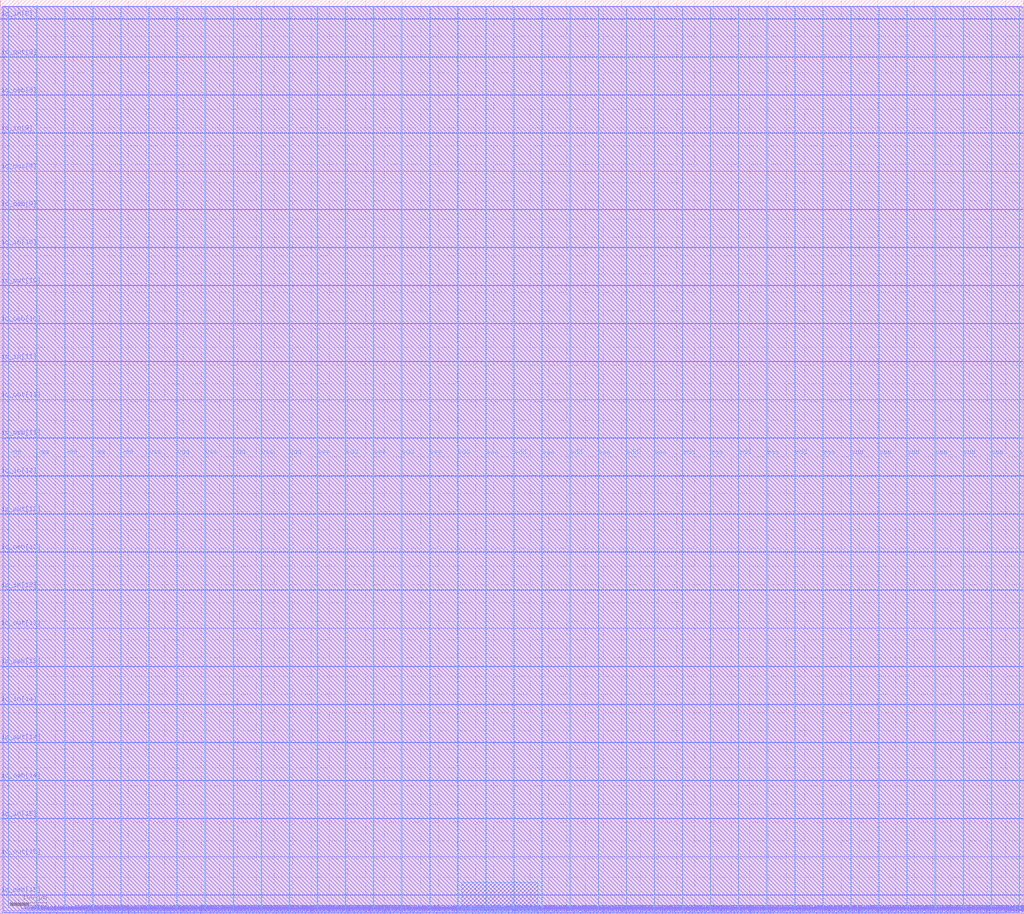
<source format=lef>
VERSION 5.7 ;
  NOWIREEXTENSIONATPIN ON ;
  DIVIDERCHAR "/" ;
  BUSBITCHARS "[]" ;
MACRO user_proj_example
  CLASS BLOCK ;
  FOREIGN user_proj_example ;
  ORIGIN 0.000 0.000 ;
  SIZE 2800.000 BY 2500.000 ;
  PIN io_in[0]
    DIRECTION INPUT ;
    USE SIGNAL ;
    PORT
      LAYER Metal3 ;
        RECT 2796.000 51.520 2800.000 52.080 ;
    END
  END io_in[0]
  PIN io_in[10]
    DIRECTION INPUT ;
    USE SIGNAL ;
    PORT
      LAYER Metal3 ;
        RECT 0.000 1822.240 4.000 1822.800 ;
    END
  END io_in[10]
  PIN io_in[11]
    DIRECTION INPUT ;
    USE SIGNAL ;
    PORT
      LAYER Metal3 ;
        RECT 0.000 1509.760 4.000 1510.320 ;
    END
  END io_in[11]
  PIN io_in[12]
    DIRECTION INPUT ;
    USE SIGNAL ;
    PORT
      LAYER Metal3 ;
        RECT 0.000 1197.280 4.000 1197.840 ;
    END
  END io_in[12]
  PIN io_in[13]
    DIRECTION INPUT ;
    USE SIGNAL ;
    PORT
      LAYER Metal3 ;
        RECT 0.000 884.800 4.000 885.360 ;
    END
  END io_in[13]
  PIN io_in[14]
    DIRECTION INPUT ;
    USE SIGNAL ;
    PORT
      LAYER Metal3 ;
        RECT 0.000 572.320 4.000 572.880 ;
    END
  END io_in[14]
  PIN io_in[15]
    DIRECTION INPUT ;
    USE SIGNAL ;
    PORT
      LAYER Metal3 ;
        RECT 0.000 259.840 4.000 260.400 ;
    END
  END io_in[15]
  PIN io_in[1]
    DIRECTION INPUT ;
    USE SIGNAL ;
    PORT
      LAYER Metal3 ;
        RECT 2796.000 364.000 2800.000 364.560 ;
    END
  END io_in[1]
  PIN io_in[2]
    DIRECTION INPUT ;
    USE SIGNAL ;
    PORT
      LAYER Metal3 ;
        RECT 2796.000 676.480 2800.000 677.040 ;
    END
  END io_in[2]
  PIN io_in[3]
    DIRECTION INPUT ;
    USE SIGNAL ;
    PORT
      LAYER Metal3 ;
        RECT 2796.000 988.960 2800.000 989.520 ;
    END
  END io_in[3]
  PIN io_in[4]
    DIRECTION INPUT ;
    USE SIGNAL ;
    PORT
      LAYER Metal3 ;
        RECT 2796.000 1301.440 2800.000 1302.000 ;
    END
  END io_in[4]
  PIN io_in[5]
    DIRECTION INPUT ;
    USE SIGNAL ;
    PORT
      LAYER Metal3 ;
        RECT 2796.000 1613.920 2800.000 1614.480 ;
    END
  END io_in[5]
  PIN io_in[6]
    DIRECTION INPUT ;
    USE SIGNAL ;
    PORT
      LAYER Metal3 ;
        RECT 2796.000 1926.400 2800.000 1926.960 ;
    END
  END io_in[6]
  PIN io_in[7]
    DIRECTION INPUT ;
    USE SIGNAL ;
    PORT
      LAYER Metal3 ;
        RECT 2796.000 2238.880 2800.000 2239.440 ;
    END
  END io_in[7]
  PIN io_in[8]
    DIRECTION INPUT ;
    USE SIGNAL ;
    PORT
      LAYER Metal3 ;
        RECT 0.000 2447.200 4.000 2447.760 ;
    END
  END io_in[8]
  PIN io_in[9]
    DIRECTION INPUT ;
    USE SIGNAL ;
    PORT
      LAYER Metal3 ;
        RECT 0.000 2134.720 4.000 2135.280 ;
    END
  END io_in[9]
  PIN io_oeb[0]
    DIRECTION OUTPUT TRISTATE ;
    USE SIGNAL ;
    ANTENNADIFFAREA 4.731200 ;
    PORT
      LAYER Metal3 ;
        RECT 2796.000 259.840 2800.000 260.400 ;
    END
  END io_oeb[0]
  PIN io_oeb[10]
    DIRECTION OUTPUT TRISTATE ;
    USE SIGNAL ;
    ANTENNADIFFAREA 4.731200 ;
    PORT
      LAYER Metal3 ;
        RECT 0.000 1613.920 4.000 1614.480 ;
    END
  END io_oeb[10]
  PIN io_oeb[11]
    DIRECTION OUTPUT TRISTATE ;
    USE SIGNAL ;
    ANTENNADIFFAREA 4.731200 ;
    PORT
      LAYER Metal3 ;
        RECT 0.000 1301.440 4.000 1302.000 ;
    END
  END io_oeb[11]
  PIN io_oeb[12]
    DIRECTION OUTPUT TRISTATE ;
    USE SIGNAL ;
    ANTENNADIFFAREA 4.731200 ;
    PORT
      LAYER Metal3 ;
        RECT 0.000 988.960 4.000 989.520 ;
    END
  END io_oeb[12]
  PIN io_oeb[13]
    DIRECTION OUTPUT TRISTATE ;
    USE SIGNAL ;
    ANTENNADIFFAREA 4.731200 ;
    PORT
      LAYER Metal3 ;
        RECT 0.000 676.480 4.000 677.040 ;
    END
  END io_oeb[13]
  PIN io_oeb[14]
    DIRECTION OUTPUT TRISTATE ;
    USE SIGNAL ;
    ANTENNADIFFAREA 4.731200 ;
    PORT
      LAYER Metal3 ;
        RECT 0.000 364.000 4.000 364.560 ;
    END
  END io_oeb[14]
  PIN io_oeb[15]
    DIRECTION OUTPUT TRISTATE ;
    USE SIGNAL ;
    ANTENNADIFFAREA 4.731200 ;
    PORT
      LAYER Metal3 ;
        RECT 0.000 51.520 4.000 52.080 ;
    END
  END io_oeb[15]
  PIN io_oeb[1]
    DIRECTION OUTPUT TRISTATE ;
    USE SIGNAL ;
    ANTENNADIFFAREA 4.731200 ;
    PORT
      LAYER Metal3 ;
        RECT 2796.000 572.320 2800.000 572.880 ;
    END
  END io_oeb[1]
  PIN io_oeb[2]
    DIRECTION OUTPUT TRISTATE ;
    USE SIGNAL ;
    ANTENNADIFFAREA 4.731200 ;
    PORT
      LAYER Metal3 ;
        RECT 2796.000 884.800 2800.000 885.360 ;
    END
  END io_oeb[2]
  PIN io_oeb[3]
    DIRECTION OUTPUT TRISTATE ;
    USE SIGNAL ;
    ANTENNADIFFAREA 4.731200 ;
    PORT
      LAYER Metal3 ;
        RECT 2796.000 1197.280 2800.000 1197.840 ;
    END
  END io_oeb[3]
  PIN io_oeb[4]
    DIRECTION OUTPUT TRISTATE ;
    USE SIGNAL ;
    ANTENNADIFFAREA 4.731200 ;
    PORT
      LAYER Metal3 ;
        RECT 2796.000 1509.760 2800.000 1510.320 ;
    END
  END io_oeb[4]
  PIN io_oeb[5]
    DIRECTION OUTPUT TRISTATE ;
    USE SIGNAL ;
    ANTENNADIFFAREA 4.731200 ;
    PORT
      LAYER Metal3 ;
        RECT 2796.000 1822.240 2800.000 1822.800 ;
    END
  END io_oeb[5]
  PIN io_oeb[6]
    DIRECTION OUTPUT TRISTATE ;
    USE SIGNAL ;
    ANTENNADIFFAREA 4.731200 ;
    PORT
      LAYER Metal3 ;
        RECT 2796.000 2134.720 2800.000 2135.280 ;
    END
  END io_oeb[6]
  PIN io_oeb[7]
    DIRECTION OUTPUT TRISTATE ;
    USE SIGNAL ;
    ANTENNADIFFAREA 4.731200 ;
    PORT
      LAYER Metal3 ;
        RECT 2796.000 2447.200 2800.000 2447.760 ;
    END
  END io_oeb[7]
  PIN io_oeb[8]
    DIRECTION OUTPUT TRISTATE ;
    USE SIGNAL ;
    ANTENNADIFFAREA 4.731200 ;
    PORT
      LAYER Metal3 ;
        RECT 0.000 2238.880 4.000 2239.440 ;
    END
  END io_oeb[8]
  PIN io_oeb[9]
    DIRECTION OUTPUT TRISTATE ;
    USE SIGNAL ;
    ANTENNADIFFAREA 4.731200 ;
    PORT
      LAYER Metal3 ;
        RECT 0.000 1926.400 4.000 1926.960 ;
    END
  END io_oeb[9]
  PIN io_out[0]
    DIRECTION OUTPUT TRISTATE ;
    USE SIGNAL ;
    ANTENNADIFFAREA 4.731200 ;
    PORT
      LAYER Metal3 ;
        RECT 2796.000 155.680 2800.000 156.240 ;
    END
  END io_out[0]
  PIN io_out[10]
    DIRECTION OUTPUT TRISTATE ;
    USE SIGNAL ;
    ANTENNADIFFAREA 4.731200 ;
    PORT
      LAYER Metal3 ;
        RECT 0.000 1718.080 4.000 1718.640 ;
    END
  END io_out[10]
  PIN io_out[11]
    DIRECTION OUTPUT TRISTATE ;
    USE SIGNAL ;
    ANTENNADIFFAREA 4.731200 ;
    PORT
      LAYER Metal3 ;
        RECT 0.000 1405.600 4.000 1406.160 ;
    END
  END io_out[11]
  PIN io_out[12]
    DIRECTION OUTPUT TRISTATE ;
    USE SIGNAL ;
    ANTENNADIFFAREA 4.731200 ;
    PORT
      LAYER Metal3 ;
        RECT 0.000 1093.120 4.000 1093.680 ;
    END
  END io_out[12]
  PIN io_out[13]
    DIRECTION OUTPUT TRISTATE ;
    USE SIGNAL ;
    ANTENNADIFFAREA 4.731200 ;
    PORT
      LAYER Metal3 ;
        RECT 0.000 780.640 4.000 781.200 ;
    END
  END io_out[13]
  PIN io_out[14]
    DIRECTION OUTPUT TRISTATE ;
    USE SIGNAL ;
    ANTENNADIFFAREA 4.731200 ;
    PORT
      LAYER Metal3 ;
        RECT 0.000 468.160 4.000 468.720 ;
    END
  END io_out[14]
  PIN io_out[15]
    DIRECTION OUTPUT TRISTATE ;
    USE SIGNAL ;
    ANTENNADIFFAREA 4.731200 ;
    PORT
      LAYER Metal3 ;
        RECT 0.000 155.680 4.000 156.240 ;
    END
  END io_out[15]
  PIN io_out[1]
    DIRECTION OUTPUT TRISTATE ;
    USE SIGNAL ;
    ANTENNADIFFAREA 4.731200 ;
    PORT
      LAYER Metal3 ;
        RECT 2796.000 468.160 2800.000 468.720 ;
    END
  END io_out[1]
  PIN io_out[2]
    DIRECTION OUTPUT TRISTATE ;
    USE SIGNAL ;
    ANTENNADIFFAREA 4.731200 ;
    PORT
      LAYER Metal3 ;
        RECT 2796.000 780.640 2800.000 781.200 ;
    END
  END io_out[2]
  PIN io_out[3]
    DIRECTION OUTPUT TRISTATE ;
    USE SIGNAL ;
    ANTENNADIFFAREA 4.731200 ;
    PORT
      LAYER Metal3 ;
        RECT 2796.000 1093.120 2800.000 1093.680 ;
    END
  END io_out[3]
  PIN io_out[4]
    DIRECTION OUTPUT TRISTATE ;
    USE SIGNAL ;
    ANTENNADIFFAREA 4.731200 ;
    PORT
      LAYER Metal3 ;
        RECT 2796.000 1405.600 2800.000 1406.160 ;
    END
  END io_out[4]
  PIN io_out[5]
    DIRECTION OUTPUT TRISTATE ;
    USE SIGNAL ;
    ANTENNADIFFAREA 4.731200 ;
    PORT
      LAYER Metal3 ;
        RECT 2796.000 1718.080 2800.000 1718.640 ;
    END
  END io_out[5]
  PIN io_out[6]
    DIRECTION OUTPUT TRISTATE ;
    USE SIGNAL ;
    ANTENNADIFFAREA 4.731200 ;
    PORT
      LAYER Metal3 ;
        RECT 2796.000 2030.560 2800.000 2031.120 ;
    END
  END io_out[6]
  PIN io_out[7]
    DIRECTION OUTPUT TRISTATE ;
    USE SIGNAL ;
    ANTENNADIFFAREA 4.731200 ;
    PORT
      LAYER Metal3 ;
        RECT 2796.000 2343.040 2800.000 2343.600 ;
    END
  END io_out[7]
  PIN io_out[8]
    DIRECTION OUTPUT TRISTATE ;
    USE SIGNAL ;
    ANTENNADIFFAREA 4.731200 ;
    PORT
      LAYER Metal3 ;
        RECT 0.000 2343.040 4.000 2343.600 ;
    END
  END io_out[8]
  PIN io_out[9]
    DIRECTION OUTPUT TRISTATE ;
    USE SIGNAL ;
    ANTENNADIFFAREA 4.731200 ;
    PORT
      LAYER Metal3 ;
        RECT 0.000 2030.560 4.000 2031.120 ;
    END
  END io_out[9]
  PIN irq[0]
    DIRECTION OUTPUT TRISTATE ;
    USE SIGNAL ;
    ANTENNADIFFAREA 0.360800 ;
    PORT
      LAYER Metal2 ;
        RECT 2724.960 0.000 2725.520 4.000 ;
    END
  END irq[0]
  PIN irq[1]
    DIRECTION OUTPUT TRISTATE ;
    USE SIGNAL ;
    ANTENNADIFFAREA 0.360800 ;
    PORT
      LAYER Metal2 ;
        RECT 2733.920 0.000 2734.480 4.000 ;
    END
  END irq[1]
  PIN irq[2]
    DIRECTION OUTPUT TRISTATE ;
    USE SIGNAL ;
    ANTENNADIFFAREA 0.360800 ;
    PORT
      LAYER Metal2 ;
        RECT 2742.880 0.000 2743.440 4.000 ;
    END
  END irq[2]
  PIN la_data_in[0]
    DIRECTION INPUT ;
    USE SIGNAL ;
    PORT
      LAYER Metal2 ;
        RECT 1004.640 0.000 1005.200 4.000 ;
    END
  END la_data_in[0]
  PIN la_data_in[10]
    DIRECTION INPUT ;
    USE SIGNAL ;
    PORT
      LAYER Metal2 ;
        RECT 1273.440 0.000 1274.000 4.000 ;
    END
  END la_data_in[10]
  PIN la_data_in[11]
    DIRECTION INPUT ;
    USE SIGNAL ;
    PORT
      LAYER Metal2 ;
        RECT 1300.320 0.000 1300.880 4.000 ;
    END
  END la_data_in[11]
  PIN la_data_in[12]
    DIRECTION INPUT ;
    USE SIGNAL ;
    PORT
      LAYER Metal2 ;
        RECT 1327.200 0.000 1327.760 4.000 ;
    END
  END la_data_in[12]
  PIN la_data_in[13]
    DIRECTION INPUT ;
    USE SIGNAL ;
    PORT
      LAYER Metal2 ;
        RECT 1354.080 0.000 1354.640 4.000 ;
    END
  END la_data_in[13]
  PIN la_data_in[14]
    DIRECTION INPUT ;
    USE SIGNAL ;
    PORT
      LAYER Metal2 ;
        RECT 1380.960 0.000 1381.520 4.000 ;
    END
  END la_data_in[14]
  PIN la_data_in[15]
    DIRECTION INPUT ;
    USE SIGNAL ;
    PORT
      LAYER Metal2 ;
        RECT 1407.840 0.000 1408.400 4.000 ;
    END
  END la_data_in[15]
  PIN la_data_in[16]
    DIRECTION INPUT ;
    USE SIGNAL ;
    PORT
      LAYER Metal2 ;
        RECT 1434.720 0.000 1435.280 4.000 ;
    END
  END la_data_in[16]
  PIN la_data_in[17]
    DIRECTION INPUT ;
    USE SIGNAL ;
    PORT
      LAYER Metal2 ;
        RECT 1461.600 0.000 1462.160 4.000 ;
    END
  END la_data_in[17]
  PIN la_data_in[18]
    DIRECTION INPUT ;
    USE SIGNAL ;
    PORT
      LAYER Metal2 ;
        RECT 1488.480 0.000 1489.040 4.000 ;
    END
  END la_data_in[18]
  PIN la_data_in[19]
    DIRECTION INPUT ;
    USE SIGNAL ;
    PORT
      LAYER Metal2 ;
        RECT 1515.360 0.000 1515.920 4.000 ;
    END
  END la_data_in[19]
  PIN la_data_in[1]
    DIRECTION INPUT ;
    USE SIGNAL ;
    PORT
      LAYER Metal2 ;
        RECT 1031.520 0.000 1032.080 4.000 ;
    END
  END la_data_in[1]
  PIN la_data_in[20]
    DIRECTION INPUT ;
    USE SIGNAL ;
    PORT
      LAYER Metal2 ;
        RECT 1542.240 0.000 1542.800 4.000 ;
    END
  END la_data_in[20]
  PIN la_data_in[21]
    DIRECTION INPUT ;
    USE SIGNAL ;
    PORT
      LAYER Metal2 ;
        RECT 1569.120 0.000 1569.680 4.000 ;
    END
  END la_data_in[21]
  PIN la_data_in[22]
    DIRECTION INPUT ;
    USE SIGNAL ;
    PORT
      LAYER Metal2 ;
        RECT 1596.000 0.000 1596.560 4.000 ;
    END
  END la_data_in[22]
  PIN la_data_in[23]
    DIRECTION INPUT ;
    USE SIGNAL ;
    PORT
      LAYER Metal2 ;
        RECT 1622.880 0.000 1623.440 4.000 ;
    END
  END la_data_in[23]
  PIN la_data_in[24]
    DIRECTION INPUT ;
    USE SIGNAL ;
    PORT
      LAYER Metal2 ;
        RECT 1649.760 0.000 1650.320 4.000 ;
    END
  END la_data_in[24]
  PIN la_data_in[25]
    DIRECTION INPUT ;
    USE SIGNAL ;
    PORT
      LAYER Metal2 ;
        RECT 1676.640 0.000 1677.200 4.000 ;
    END
  END la_data_in[25]
  PIN la_data_in[26]
    DIRECTION INPUT ;
    USE SIGNAL ;
    PORT
      LAYER Metal2 ;
        RECT 1703.520 0.000 1704.080 4.000 ;
    END
  END la_data_in[26]
  PIN la_data_in[27]
    DIRECTION INPUT ;
    USE SIGNAL ;
    PORT
      LAYER Metal2 ;
        RECT 1730.400 0.000 1730.960 4.000 ;
    END
  END la_data_in[27]
  PIN la_data_in[28]
    DIRECTION INPUT ;
    USE SIGNAL ;
    PORT
      LAYER Metal2 ;
        RECT 1757.280 0.000 1757.840 4.000 ;
    END
  END la_data_in[28]
  PIN la_data_in[29]
    DIRECTION INPUT ;
    USE SIGNAL ;
    PORT
      LAYER Metal2 ;
        RECT 1784.160 0.000 1784.720 4.000 ;
    END
  END la_data_in[29]
  PIN la_data_in[2]
    DIRECTION INPUT ;
    USE SIGNAL ;
    PORT
      LAYER Metal2 ;
        RECT 1058.400 0.000 1058.960 4.000 ;
    END
  END la_data_in[2]
  PIN la_data_in[30]
    DIRECTION INPUT ;
    USE SIGNAL ;
    PORT
      LAYER Metal2 ;
        RECT 1811.040 0.000 1811.600 4.000 ;
    END
  END la_data_in[30]
  PIN la_data_in[31]
    DIRECTION INPUT ;
    USE SIGNAL ;
    PORT
      LAYER Metal2 ;
        RECT 1837.920 0.000 1838.480 4.000 ;
    END
  END la_data_in[31]
  PIN la_data_in[32]
    DIRECTION INPUT ;
    USE SIGNAL ;
    PORT
      LAYER Metal2 ;
        RECT 1864.800 0.000 1865.360 4.000 ;
    END
  END la_data_in[32]
  PIN la_data_in[33]
    DIRECTION INPUT ;
    USE SIGNAL ;
    PORT
      LAYER Metal2 ;
        RECT 1891.680 0.000 1892.240 4.000 ;
    END
  END la_data_in[33]
  PIN la_data_in[34]
    DIRECTION INPUT ;
    USE SIGNAL ;
    PORT
      LAYER Metal2 ;
        RECT 1918.560 0.000 1919.120 4.000 ;
    END
  END la_data_in[34]
  PIN la_data_in[35]
    DIRECTION INPUT ;
    USE SIGNAL ;
    PORT
      LAYER Metal2 ;
        RECT 1945.440 0.000 1946.000 4.000 ;
    END
  END la_data_in[35]
  PIN la_data_in[36]
    DIRECTION INPUT ;
    USE SIGNAL ;
    PORT
      LAYER Metal2 ;
        RECT 1972.320 0.000 1972.880 4.000 ;
    END
  END la_data_in[36]
  PIN la_data_in[37]
    DIRECTION INPUT ;
    USE SIGNAL ;
    PORT
      LAYER Metal2 ;
        RECT 1999.200 0.000 1999.760 4.000 ;
    END
  END la_data_in[37]
  PIN la_data_in[38]
    DIRECTION INPUT ;
    USE SIGNAL ;
    PORT
      LAYER Metal2 ;
        RECT 2026.080 0.000 2026.640 4.000 ;
    END
  END la_data_in[38]
  PIN la_data_in[39]
    DIRECTION INPUT ;
    USE SIGNAL ;
    PORT
      LAYER Metal2 ;
        RECT 2052.960 0.000 2053.520 4.000 ;
    END
  END la_data_in[39]
  PIN la_data_in[3]
    DIRECTION INPUT ;
    USE SIGNAL ;
    PORT
      LAYER Metal2 ;
        RECT 1085.280 0.000 1085.840 4.000 ;
    END
  END la_data_in[3]
  PIN la_data_in[40]
    DIRECTION INPUT ;
    USE SIGNAL ;
    PORT
      LAYER Metal2 ;
        RECT 2079.840 0.000 2080.400 4.000 ;
    END
  END la_data_in[40]
  PIN la_data_in[41]
    DIRECTION INPUT ;
    USE SIGNAL ;
    PORT
      LAYER Metal2 ;
        RECT 2106.720 0.000 2107.280 4.000 ;
    END
  END la_data_in[41]
  PIN la_data_in[42]
    DIRECTION INPUT ;
    USE SIGNAL ;
    PORT
      LAYER Metal2 ;
        RECT 2133.600 0.000 2134.160 4.000 ;
    END
  END la_data_in[42]
  PIN la_data_in[43]
    DIRECTION INPUT ;
    USE SIGNAL ;
    PORT
      LAYER Metal2 ;
        RECT 2160.480 0.000 2161.040 4.000 ;
    END
  END la_data_in[43]
  PIN la_data_in[44]
    DIRECTION INPUT ;
    USE SIGNAL ;
    PORT
      LAYER Metal2 ;
        RECT 2187.360 0.000 2187.920 4.000 ;
    END
  END la_data_in[44]
  PIN la_data_in[45]
    DIRECTION INPUT ;
    USE SIGNAL ;
    PORT
      LAYER Metal2 ;
        RECT 2214.240 0.000 2214.800 4.000 ;
    END
  END la_data_in[45]
  PIN la_data_in[46]
    DIRECTION INPUT ;
    USE SIGNAL ;
    ANTENNAGATEAREA 0.396000 ;
    ANTENNADIFFAREA 0.410400 ;
    PORT
      LAYER Metal2 ;
        RECT 2241.120 0.000 2241.680 4.000 ;
    END
  END la_data_in[46]
  PIN la_data_in[47]
    DIRECTION INPUT ;
    USE SIGNAL ;
    ANTENNAGATEAREA 0.396000 ;
    ANTENNADIFFAREA 0.410400 ;
    PORT
      LAYER Metal2 ;
        RECT 2268.000 0.000 2268.560 4.000 ;
    END
  END la_data_in[47]
  PIN la_data_in[48]
    DIRECTION INPUT ;
    USE SIGNAL ;
    ANTENNAGATEAREA 0.396000 ;
    ANTENNADIFFAREA 0.410400 ;
    PORT
      LAYER Metal2 ;
        RECT 2294.880 0.000 2295.440 4.000 ;
    END
  END la_data_in[48]
  PIN la_data_in[49]
    DIRECTION INPUT ;
    USE SIGNAL ;
    ANTENNAGATEAREA 0.396000 ;
    ANTENNADIFFAREA 0.410400 ;
    PORT
      LAYER Metal2 ;
        RECT 2321.760 0.000 2322.320 4.000 ;
    END
  END la_data_in[49]
  PIN la_data_in[4]
    DIRECTION INPUT ;
    USE SIGNAL ;
    PORT
      LAYER Metal2 ;
        RECT 1112.160 0.000 1112.720 4.000 ;
    END
  END la_data_in[4]
  PIN la_data_in[50]
    DIRECTION INPUT ;
    USE SIGNAL ;
    ANTENNAGATEAREA 0.396000 ;
    ANTENNADIFFAREA 0.410400 ;
    PORT
      LAYER Metal2 ;
        RECT 2348.640 0.000 2349.200 4.000 ;
    END
  END la_data_in[50]
  PIN la_data_in[51]
    DIRECTION INPUT ;
    USE SIGNAL ;
    ANTENNAGATEAREA 0.396000 ;
    ANTENNADIFFAREA 0.410400 ;
    PORT
      LAYER Metal2 ;
        RECT 2375.520 0.000 2376.080 4.000 ;
    END
  END la_data_in[51]
  PIN la_data_in[52]
    DIRECTION INPUT ;
    USE SIGNAL ;
    ANTENNAGATEAREA 0.396000 ;
    ANTENNADIFFAREA 0.410400 ;
    PORT
      LAYER Metal2 ;
        RECT 2402.400 0.000 2402.960 4.000 ;
    END
  END la_data_in[52]
  PIN la_data_in[53]
    DIRECTION INPUT ;
    USE SIGNAL ;
    ANTENNAGATEAREA 0.396000 ;
    ANTENNADIFFAREA 0.410400 ;
    PORT
      LAYER Metal2 ;
        RECT 2429.280 0.000 2429.840 4.000 ;
    END
  END la_data_in[53]
  PIN la_data_in[54]
    DIRECTION INPUT ;
    USE SIGNAL ;
    ANTENNAGATEAREA 0.396000 ;
    ANTENNADIFFAREA 0.410400 ;
    PORT
      LAYER Metal2 ;
        RECT 2456.160 0.000 2456.720 4.000 ;
    END
  END la_data_in[54]
  PIN la_data_in[55]
    DIRECTION INPUT ;
    USE SIGNAL ;
    ANTENNAGATEAREA 0.396000 ;
    ANTENNADIFFAREA 0.410400 ;
    PORT
      LAYER Metal2 ;
        RECT 2483.040 0.000 2483.600 4.000 ;
    END
  END la_data_in[55]
  PIN la_data_in[56]
    DIRECTION INPUT ;
    USE SIGNAL ;
    ANTENNAGATEAREA 0.396000 ;
    ANTENNADIFFAREA 0.410400 ;
    PORT
      LAYER Metal2 ;
        RECT 2509.920 0.000 2510.480 4.000 ;
    END
  END la_data_in[56]
  PIN la_data_in[57]
    DIRECTION INPUT ;
    USE SIGNAL ;
    ANTENNAGATEAREA 0.396000 ;
    ANTENNADIFFAREA 0.410400 ;
    PORT
      LAYER Metal2 ;
        RECT 2536.800 0.000 2537.360 4.000 ;
    END
  END la_data_in[57]
  PIN la_data_in[58]
    DIRECTION INPUT ;
    USE SIGNAL ;
    ANTENNAGATEAREA 0.396000 ;
    ANTENNADIFFAREA 0.410400 ;
    PORT
      LAYER Metal2 ;
        RECT 2563.680 0.000 2564.240 4.000 ;
    END
  END la_data_in[58]
  PIN la_data_in[59]
    DIRECTION INPUT ;
    USE SIGNAL ;
    ANTENNAGATEAREA 0.396000 ;
    ANTENNADIFFAREA 0.410400 ;
    PORT
      LAYER Metal2 ;
        RECT 2590.560 0.000 2591.120 4.000 ;
    END
  END la_data_in[59]
  PIN la_data_in[5]
    DIRECTION INPUT ;
    USE SIGNAL ;
    PORT
      LAYER Metal2 ;
        RECT 1139.040 0.000 1139.600 4.000 ;
    END
  END la_data_in[5]
  PIN la_data_in[60]
    DIRECTION INPUT ;
    USE SIGNAL ;
    ANTENNAGATEAREA 0.396000 ;
    ANTENNADIFFAREA 0.410400 ;
    PORT
      LAYER Metal2 ;
        RECT 2617.440 0.000 2618.000 4.000 ;
    END
  END la_data_in[60]
  PIN la_data_in[61]
    DIRECTION INPUT ;
    USE SIGNAL ;
    ANTENNAGATEAREA 0.396000 ;
    ANTENNADIFFAREA 0.410400 ;
    PORT
      LAYER Metal2 ;
        RECT 2644.320 0.000 2644.880 4.000 ;
    END
  END la_data_in[61]
  PIN la_data_in[62]
    DIRECTION INPUT ;
    USE SIGNAL ;
    ANTENNAGATEAREA 2.204000 ;
    ANTENNADIFFAREA 0.410400 ;
    PORT
      LAYER Metal2 ;
        RECT 2671.200 0.000 2671.760 4.000 ;
    END
  END la_data_in[62]
  PIN la_data_in[63]
    DIRECTION INPUT ;
    USE SIGNAL ;
    ANTENNAGATEAREA 0.396000 ;
    ANTENNADIFFAREA 0.410400 ;
    PORT
      LAYER Metal2 ;
        RECT 2698.080 0.000 2698.640 4.000 ;
    END
  END la_data_in[63]
  PIN la_data_in[6]
    DIRECTION INPUT ;
    USE SIGNAL ;
    PORT
      LAYER Metal2 ;
        RECT 1165.920 0.000 1166.480 4.000 ;
    END
  END la_data_in[6]
  PIN la_data_in[7]
    DIRECTION INPUT ;
    USE SIGNAL ;
    PORT
      LAYER Metal2 ;
        RECT 1192.800 0.000 1193.360 4.000 ;
    END
  END la_data_in[7]
  PIN la_data_in[8]
    DIRECTION INPUT ;
    USE SIGNAL ;
    PORT
      LAYER Metal2 ;
        RECT 1219.680 0.000 1220.240 4.000 ;
    END
  END la_data_in[8]
  PIN la_data_in[9]
    DIRECTION INPUT ;
    USE SIGNAL ;
    PORT
      LAYER Metal2 ;
        RECT 1246.560 0.000 1247.120 4.000 ;
    END
  END la_data_in[9]
  PIN la_data_out[0]
    DIRECTION OUTPUT TRISTATE ;
    USE SIGNAL ;
    ANTENNADIFFAREA 4.731200 ;
    PORT
      LAYER Metal2 ;
        RECT 1013.600 0.000 1014.160 4.000 ;
    END
  END la_data_out[0]
  PIN la_data_out[10]
    DIRECTION OUTPUT TRISTATE ;
    USE SIGNAL ;
    ANTENNADIFFAREA 4.731200 ;
    PORT
      LAYER Metal2 ;
        RECT 1282.400 0.000 1282.960 4.000 ;
    END
  END la_data_out[10]
  PIN la_data_out[11]
    DIRECTION OUTPUT TRISTATE ;
    USE SIGNAL ;
    ANTENNADIFFAREA 4.731200 ;
    PORT
      LAYER Metal2 ;
        RECT 1309.280 0.000 1309.840 4.000 ;
    END
  END la_data_out[11]
  PIN la_data_out[12]
    DIRECTION OUTPUT TRISTATE ;
    USE SIGNAL ;
    ANTENNADIFFAREA 4.731200 ;
    PORT
      LAYER Metal2 ;
        RECT 1336.160 0.000 1336.720 4.000 ;
    END
  END la_data_out[12]
  PIN la_data_out[13]
    DIRECTION OUTPUT TRISTATE ;
    USE SIGNAL ;
    ANTENNADIFFAREA 4.731200 ;
    PORT
      LAYER Metal2 ;
        RECT 1363.040 0.000 1363.600 4.000 ;
    END
  END la_data_out[13]
  PIN la_data_out[14]
    DIRECTION OUTPUT TRISTATE ;
    USE SIGNAL ;
    ANTENNADIFFAREA 4.731200 ;
    PORT
      LAYER Metal2 ;
        RECT 1389.920 0.000 1390.480 4.000 ;
    END
  END la_data_out[14]
  PIN la_data_out[15]
    DIRECTION OUTPUT TRISTATE ;
    USE SIGNAL ;
    ANTENNADIFFAREA 4.731200 ;
    PORT
      LAYER Metal2 ;
        RECT 1416.800 0.000 1417.360 4.000 ;
    END
  END la_data_out[15]
  PIN la_data_out[16]
    DIRECTION OUTPUT TRISTATE ;
    USE SIGNAL ;
    ANTENNADIFFAREA 0.360800 ;
    PORT
      LAYER Metal2 ;
        RECT 1443.680 0.000 1444.240 4.000 ;
    END
  END la_data_out[16]
  PIN la_data_out[17]
    DIRECTION OUTPUT TRISTATE ;
    USE SIGNAL ;
    ANTENNADIFFAREA 0.360800 ;
    PORT
      LAYER Metal2 ;
        RECT 1470.560 0.000 1471.120 4.000 ;
    END
  END la_data_out[17]
  PIN la_data_out[18]
    DIRECTION OUTPUT TRISTATE ;
    USE SIGNAL ;
    ANTENNADIFFAREA 0.360800 ;
    PORT
      LAYER Metal2 ;
        RECT 1497.440 0.000 1498.000 4.000 ;
    END
  END la_data_out[18]
  PIN la_data_out[19]
    DIRECTION OUTPUT TRISTATE ;
    USE SIGNAL ;
    ANTENNADIFFAREA 0.360800 ;
    PORT
      LAYER Metal2 ;
        RECT 1524.320 0.000 1524.880 4.000 ;
    END
  END la_data_out[19]
  PIN la_data_out[1]
    DIRECTION OUTPUT TRISTATE ;
    USE SIGNAL ;
    ANTENNADIFFAREA 4.731200 ;
    PORT
      LAYER Metal2 ;
        RECT 1040.480 0.000 1041.040 4.000 ;
    END
  END la_data_out[1]
  PIN la_data_out[20]
    DIRECTION OUTPUT TRISTATE ;
    USE SIGNAL ;
    ANTENNADIFFAREA 0.360800 ;
    PORT
      LAYER Metal2 ;
        RECT 1551.200 0.000 1551.760 4.000 ;
    END
  END la_data_out[20]
  PIN la_data_out[21]
    DIRECTION OUTPUT TRISTATE ;
    USE SIGNAL ;
    ANTENNADIFFAREA 0.360800 ;
    PORT
      LAYER Metal2 ;
        RECT 1578.080 0.000 1578.640 4.000 ;
    END
  END la_data_out[21]
  PIN la_data_out[22]
    DIRECTION OUTPUT TRISTATE ;
    USE SIGNAL ;
    ANTENNADIFFAREA 0.360800 ;
    PORT
      LAYER Metal2 ;
        RECT 1604.960 0.000 1605.520 4.000 ;
    END
  END la_data_out[22]
  PIN la_data_out[23]
    DIRECTION OUTPUT TRISTATE ;
    USE SIGNAL ;
    ANTENNADIFFAREA 0.360800 ;
    PORT
      LAYER Metal2 ;
        RECT 1631.840 0.000 1632.400 4.000 ;
    END
  END la_data_out[23]
  PIN la_data_out[24]
    DIRECTION OUTPUT TRISTATE ;
    USE SIGNAL ;
    ANTENNADIFFAREA 0.360800 ;
    PORT
      LAYER Metal2 ;
        RECT 1658.720 0.000 1659.280 4.000 ;
    END
  END la_data_out[24]
  PIN la_data_out[25]
    DIRECTION OUTPUT TRISTATE ;
    USE SIGNAL ;
    ANTENNADIFFAREA 0.360800 ;
    PORT
      LAYER Metal2 ;
        RECT 1685.600 0.000 1686.160 4.000 ;
    END
  END la_data_out[25]
  PIN la_data_out[26]
    DIRECTION OUTPUT TRISTATE ;
    USE SIGNAL ;
    ANTENNADIFFAREA 0.360800 ;
    PORT
      LAYER Metal2 ;
        RECT 1712.480 0.000 1713.040 4.000 ;
    END
  END la_data_out[26]
  PIN la_data_out[27]
    DIRECTION OUTPUT TRISTATE ;
    USE SIGNAL ;
    ANTENNADIFFAREA 0.360800 ;
    PORT
      LAYER Metal2 ;
        RECT 1739.360 0.000 1739.920 4.000 ;
    END
  END la_data_out[27]
  PIN la_data_out[28]
    DIRECTION OUTPUT TRISTATE ;
    USE SIGNAL ;
    ANTENNADIFFAREA 0.360800 ;
    PORT
      LAYER Metal2 ;
        RECT 1766.240 0.000 1766.800 4.000 ;
    END
  END la_data_out[28]
  PIN la_data_out[29]
    DIRECTION OUTPUT TRISTATE ;
    USE SIGNAL ;
    ANTENNADIFFAREA 0.360800 ;
    PORT
      LAYER Metal2 ;
        RECT 1793.120 0.000 1793.680 4.000 ;
    END
  END la_data_out[29]
  PIN la_data_out[2]
    DIRECTION OUTPUT TRISTATE ;
    USE SIGNAL ;
    ANTENNADIFFAREA 4.731200 ;
    PORT
      LAYER Metal2 ;
        RECT 1067.360 0.000 1067.920 4.000 ;
    END
  END la_data_out[2]
  PIN la_data_out[30]
    DIRECTION OUTPUT TRISTATE ;
    USE SIGNAL ;
    ANTENNADIFFAREA 0.360800 ;
    PORT
      LAYER Metal2 ;
        RECT 1820.000 0.000 1820.560 4.000 ;
    END
  END la_data_out[30]
  PIN la_data_out[31]
    DIRECTION OUTPUT TRISTATE ;
    USE SIGNAL ;
    ANTENNADIFFAREA 0.360800 ;
    PORT
      LAYER Metal2 ;
        RECT 1846.880 0.000 1847.440 4.000 ;
    END
  END la_data_out[31]
  PIN la_data_out[32]
    DIRECTION OUTPUT TRISTATE ;
    USE SIGNAL ;
    ANTENNADIFFAREA 0.360800 ;
    PORT
      LAYER Metal2 ;
        RECT 1873.760 0.000 1874.320 4.000 ;
    END
  END la_data_out[32]
  PIN la_data_out[33]
    DIRECTION OUTPUT TRISTATE ;
    USE SIGNAL ;
    ANTENNADIFFAREA 0.360800 ;
    PORT
      LAYER Metal2 ;
        RECT 1900.640 0.000 1901.200 4.000 ;
    END
  END la_data_out[33]
  PIN la_data_out[34]
    DIRECTION OUTPUT TRISTATE ;
    USE SIGNAL ;
    ANTENNADIFFAREA 0.360800 ;
    PORT
      LAYER Metal2 ;
        RECT 1927.520 0.000 1928.080 4.000 ;
    END
  END la_data_out[34]
  PIN la_data_out[35]
    DIRECTION OUTPUT TRISTATE ;
    USE SIGNAL ;
    ANTENNADIFFAREA 0.360800 ;
    PORT
      LAYER Metal2 ;
        RECT 1954.400 0.000 1954.960 4.000 ;
    END
  END la_data_out[35]
  PIN la_data_out[36]
    DIRECTION OUTPUT TRISTATE ;
    USE SIGNAL ;
    ANTENNADIFFAREA 0.360800 ;
    PORT
      LAYER Metal2 ;
        RECT 1981.280 0.000 1981.840 4.000 ;
    END
  END la_data_out[36]
  PIN la_data_out[37]
    DIRECTION OUTPUT TRISTATE ;
    USE SIGNAL ;
    ANTENNADIFFAREA 0.360800 ;
    PORT
      LAYER Metal2 ;
        RECT 2008.160 0.000 2008.720 4.000 ;
    END
  END la_data_out[37]
  PIN la_data_out[38]
    DIRECTION OUTPUT TRISTATE ;
    USE SIGNAL ;
    ANTENNADIFFAREA 0.360800 ;
    PORT
      LAYER Metal2 ;
        RECT 2035.040 0.000 2035.600 4.000 ;
    END
  END la_data_out[38]
  PIN la_data_out[39]
    DIRECTION OUTPUT TRISTATE ;
    USE SIGNAL ;
    ANTENNADIFFAREA 0.360800 ;
    PORT
      LAYER Metal2 ;
        RECT 2061.920 0.000 2062.480 4.000 ;
    END
  END la_data_out[39]
  PIN la_data_out[3]
    DIRECTION OUTPUT TRISTATE ;
    USE SIGNAL ;
    ANTENNADIFFAREA 4.731200 ;
    PORT
      LAYER Metal2 ;
        RECT 1094.240 0.000 1094.800 4.000 ;
    END
  END la_data_out[3]
  PIN la_data_out[40]
    DIRECTION OUTPUT TRISTATE ;
    USE SIGNAL ;
    ANTENNADIFFAREA 0.360800 ;
    PORT
      LAYER Metal2 ;
        RECT 2088.800 0.000 2089.360 4.000 ;
    END
  END la_data_out[40]
  PIN la_data_out[41]
    DIRECTION OUTPUT TRISTATE ;
    USE SIGNAL ;
    ANTENNADIFFAREA 0.360800 ;
    PORT
      LAYER Metal2 ;
        RECT 2115.680 0.000 2116.240 4.000 ;
    END
  END la_data_out[41]
  PIN la_data_out[42]
    DIRECTION OUTPUT TRISTATE ;
    USE SIGNAL ;
    ANTENNADIFFAREA 0.360800 ;
    PORT
      LAYER Metal2 ;
        RECT 2142.560 0.000 2143.120 4.000 ;
    END
  END la_data_out[42]
  PIN la_data_out[43]
    DIRECTION OUTPUT TRISTATE ;
    USE SIGNAL ;
    ANTENNADIFFAREA 0.360800 ;
    PORT
      LAYER Metal2 ;
        RECT 2169.440 0.000 2170.000 4.000 ;
    END
  END la_data_out[43]
  PIN la_data_out[44]
    DIRECTION OUTPUT TRISTATE ;
    USE SIGNAL ;
    ANTENNADIFFAREA 0.360800 ;
    PORT
      LAYER Metal2 ;
        RECT 2196.320 0.000 2196.880 4.000 ;
    END
  END la_data_out[44]
  PIN la_data_out[45]
    DIRECTION OUTPUT TRISTATE ;
    USE SIGNAL ;
    ANTENNADIFFAREA 0.360800 ;
    PORT
      LAYER Metal2 ;
        RECT 2223.200 0.000 2223.760 4.000 ;
    END
  END la_data_out[45]
  PIN la_data_out[46]
    DIRECTION OUTPUT TRISTATE ;
    USE SIGNAL ;
    ANTENNADIFFAREA 0.360800 ;
    PORT
      LAYER Metal2 ;
        RECT 2250.080 0.000 2250.640 4.000 ;
    END
  END la_data_out[46]
  PIN la_data_out[47]
    DIRECTION OUTPUT TRISTATE ;
    USE SIGNAL ;
    ANTENNADIFFAREA 0.360800 ;
    PORT
      LAYER Metal2 ;
        RECT 2276.960 0.000 2277.520 4.000 ;
    END
  END la_data_out[47]
  PIN la_data_out[48]
    DIRECTION OUTPUT TRISTATE ;
    USE SIGNAL ;
    ANTENNADIFFAREA 0.360800 ;
    PORT
      LAYER Metal2 ;
        RECT 2303.840 0.000 2304.400 4.000 ;
    END
  END la_data_out[48]
  PIN la_data_out[49]
    DIRECTION OUTPUT TRISTATE ;
    USE SIGNAL ;
    ANTENNADIFFAREA 0.360800 ;
    PORT
      LAYER Metal2 ;
        RECT 2330.720 0.000 2331.280 4.000 ;
    END
  END la_data_out[49]
  PIN la_data_out[4]
    DIRECTION OUTPUT TRISTATE ;
    USE SIGNAL ;
    ANTENNADIFFAREA 4.731200 ;
    PORT
      LAYER Metal2 ;
        RECT 1121.120 0.000 1121.680 4.000 ;
    END
  END la_data_out[4]
  PIN la_data_out[50]
    DIRECTION OUTPUT TRISTATE ;
    USE SIGNAL ;
    ANTENNADIFFAREA 0.360800 ;
    PORT
      LAYER Metal2 ;
        RECT 2357.600 0.000 2358.160 4.000 ;
    END
  END la_data_out[50]
  PIN la_data_out[51]
    DIRECTION OUTPUT TRISTATE ;
    USE SIGNAL ;
    ANTENNADIFFAREA 0.360800 ;
    PORT
      LAYER Metal2 ;
        RECT 2384.480 0.000 2385.040 4.000 ;
    END
  END la_data_out[51]
  PIN la_data_out[52]
    DIRECTION OUTPUT TRISTATE ;
    USE SIGNAL ;
    ANTENNADIFFAREA 0.360800 ;
    PORT
      LAYER Metal2 ;
        RECT 2411.360 0.000 2411.920 4.000 ;
    END
  END la_data_out[52]
  PIN la_data_out[53]
    DIRECTION OUTPUT TRISTATE ;
    USE SIGNAL ;
    ANTENNADIFFAREA 0.360800 ;
    PORT
      LAYER Metal2 ;
        RECT 2438.240 0.000 2438.800 4.000 ;
    END
  END la_data_out[53]
  PIN la_data_out[54]
    DIRECTION OUTPUT TRISTATE ;
    USE SIGNAL ;
    ANTENNADIFFAREA 0.360800 ;
    PORT
      LAYER Metal2 ;
        RECT 2465.120 0.000 2465.680 4.000 ;
    END
  END la_data_out[54]
  PIN la_data_out[55]
    DIRECTION OUTPUT TRISTATE ;
    USE SIGNAL ;
    ANTENNADIFFAREA 0.360800 ;
    PORT
      LAYER Metal2 ;
        RECT 2492.000 0.000 2492.560 4.000 ;
    END
  END la_data_out[55]
  PIN la_data_out[56]
    DIRECTION OUTPUT TRISTATE ;
    USE SIGNAL ;
    ANTENNADIFFAREA 0.360800 ;
    PORT
      LAYER Metal2 ;
        RECT 2518.880 0.000 2519.440 4.000 ;
    END
  END la_data_out[56]
  PIN la_data_out[57]
    DIRECTION OUTPUT TRISTATE ;
    USE SIGNAL ;
    ANTENNADIFFAREA 0.360800 ;
    PORT
      LAYER Metal2 ;
        RECT 2545.760 0.000 2546.320 4.000 ;
    END
  END la_data_out[57]
  PIN la_data_out[58]
    DIRECTION OUTPUT TRISTATE ;
    USE SIGNAL ;
    ANTENNADIFFAREA 0.360800 ;
    PORT
      LAYER Metal2 ;
        RECT 2572.640 0.000 2573.200 4.000 ;
    END
  END la_data_out[58]
  PIN la_data_out[59]
    DIRECTION OUTPUT TRISTATE ;
    USE SIGNAL ;
    ANTENNADIFFAREA 0.360800 ;
    PORT
      LAYER Metal2 ;
        RECT 2599.520 0.000 2600.080 4.000 ;
    END
  END la_data_out[59]
  PIN la_data_out[5]
    DIRECTION OUTPUT TRISTATE ;
    USE SIGNAL ;
    ANTENNADIFFAREA 4.731200 ;
    PORT
      LAYER Metal2 ;
        RECT 1148.000 0.000 1148.560 4.000 ;
    END
  END la_data_out[5]
  PIN la_data_out[60]
    DIRECTION OUTPUT TRISTATE ;
    USE SIGNAL ;
    ANTENNADIFFAREA 0.360800 ;
    PORT
      LAYER Metal2 ;
        RECT 2626.400 0.000 2626.960 4.000 ;
    END
  END la_data_out[60]
  PIN la_data_out[61]
    DIRECTION OUTPUT TRISTATE ;
    USE SIGNAL ;
    ANTENNADIFFAREA 0.360800 ;
    PORT
      LAYER Metal2 ;
        RECT 2653.280 0.000 2653.840 4.000 ;
    END
  END la_data_out[61]
  PIN la_data_out[62]
    DIRECTION OUTPUT TRISTATE ;
    USE SIGNAL ;
    ANTENNADIFFAREA 0.360800 ;
    PORT
      LAYER Metal2 ;
        RECT 2680.160 0.000 2680.720 4.000 ;
    END
  END la_data_out[62]
  PIN la_data_out[63]
    DIRECTION OUTPUT TRISTATE ;
    USE SIGNAL ;
    ANTENNADIFFAREA 0.360800 ;
    PORT
      LAYER Metal2 ;
        RECT 2707.040 0.000 2707.600 4.000 ;
    END
  END la_data_out[63]
  PIN la_data_out[6]
    DIRECTION OUTPUT TRISTATE ;
    USE SIGNAL ;
    ANTENNADIFFAREA 4.731200 ;
    PORT
      LAYER Metal2 ;
        RECT 1174.880 0.000 1175.440 4.000 ;
    END
  END la_data_out[6]
  PIN la_data_out[7]
    DIRECTION OUTPUT TRISTATE ;
    USE SIGNAL ;
    ANTENNADIFFAREA 4.731200 ;
    PORT
      LAYER Metal2 ;
        RECT 1201.760 0.000 1202.320 4.000 ;
    END
  END la_data_out[7]
  PIN la_data_out[8]
    DIRECTION OUTPUT TRISTATE ;
    USE SIGNAL ;
    ANTENNADIFFAREA 4.731200 ;
    PORT
      LAYER Metal2 ;
        RECT 1228.640 0.000 1229.200 4.000 ;
    END
  END la_data_out[8]
  PIN la_data_out[9]
    DIRECTION OUTPUT TRISTATE ;
    USE SIGNAL ;
    ANTENNADIFFAREA 4.731200 ;
    PORT
      LAYER Metal2 ;
        RECT 1255.520 0.000 1256.080 4.000 ;
    END
  END la_data_out[9]
  PIN la_oenb[0]
    DIRECTION INPUT ;
    USE SIGNAL ;
    PORT
      LAYER Metal2 ;
        RECT 1022.560 0.000 1023.120 4.000 ;
    END
  END la_oenb[0]
  PIN la_oenb[10]
    DIRECTION INPUT ;
    USE SIGNAL ;
    PORT
      LAYER Metal2 ;
        RECT 1291.360 0.000 1291.920 4.000 ;
    END
  END la_oenb[10]
  PIN la_oenb[11]
    DIRECTION INPUT ;
    USE SIGNAL ;
    PORT
      LAYER Metal2 ;
        RECT 1318.240 0.000 1318.800 4.000 ;
    END
  END la_oenb[11]
  PIN la_oenb[12]
    DIRECTION INPUT ;
    USE SIGNAL ;
    PORT
      LAYER Metal2 ;
        RECT 1345.120 0.000 1345.680 4.000 ;
    END
  END la_oenb[12]
  PIN la_oenb[13]
    DIRECTION INPUT ;
    USE SIGNAL ;
    PORT
      LAYER Metal2 ;
        RECT 1372.000 0.000 1372.560 4.000 ;
    END
  END la_oenb[13]
  PIN la_oenb[14]
    DIRECTION INPUT ;
    USE SIGNAL ;
    PORT
      LAYER Metal2 ;
        RECT 1398.880 0.000 1399.440 4.000 ;
    END
  END la_oenb[14]
  PIN la_oenb[15]
    DIRECTION INPUT ;
    USE SIGNAL ;
    PORT
      LAYER Metal2 ;
        RECT 1425.760 0.000 1426.320 4.000 ;
    END
  END la_oenb[15]
  PIN la_oenb[16]
    DIRECTION INPUT ;
    USE SIGNAL ;
    PORT
      LAYER Metal2 ;
        RECT 1452.640 0.000 1453.200 4.000 ;
    END
  END la_oenb[16]
  PIN la_oenb[17]
    DIRECTION INPUT ;
    USE SIGNAL ;
    PORT
      LAYER Metal2 ;
        RECT 1479.520 0.000 1480.080 4.000 ;
    END
  END la_oenb[17]
  PIN la_oenb[18]
    DIRECTION INPUT ;
    USE SIGNAL ;
    PORT
      LAYER Metal2 ;
        RECT 1506.400 0.000 1506.960 4.000 ;
    END
  END la_oenb[18]
  PIN la_oenb[19]
    DIRECTION INPUT ;
    USE SIGNAL ;
    PORT
      LAYER Metal2 ;
        RECT 1533.280 0.000 1533.840 4.000 ;
    END
  END la_oenb[19]
  PIN la_oenb[1]
    DIRECTION INPUT ;
    USE SIGNAL ;
    PORT
      LAYER Metal2 ;
        RECT 1049.440 0.000 1050.000 4.000 ;
    END
  END la_oenb[1]
  PIN la_oenb[20]
    DIRECTION INPUT ;
    USE SIGNAL ;
    PORT
      LAYER Metal2 ;
        RECT 1560.160 0.000 1560.720 4.000 ;
    END
  END la_oenb[20]
  PIN la_oenb[21]
    DIRECTION INPUT ;
    USE SIGNAL ;
    PORT
      LAYER Metal2 ;
        RECT 1587.040 0.000 1587.600 4.000 ;
    END
  END la_oenb[21]
  PIN la_oenb[22]
    DIRECTION INPUT ;
    USE SIGNAL ;
    PORT
      LAYER Metal2 ;
        RECT 1613.920 0.000 1614.480 4.000 ;
    END
  END la_oenb[22]
  PIN la_oenb[23]
    DIRECTION INPUT ;
    USE SIGNAL ;
    PORT
      LAYER Metal2 ;
        RECT 1640.800 0.000 1641.360 4.000 ;
    END
  END la_oenb[23]
  PIN la_oenb[24]
    DIRECTION INPUT ;
    USE SIGNAL ;
    PORT
      LAYER Metal2 ;
        RECT 1667.680 0.000 1668.240 4.000 ;
    END
  END la_oenb[24]
  PIN la_oenb[25]
    DIRECTION INPUT ;
    USE SIGNAL ;
    PORT
      LAYER Metal2 ;
        RECT 1694.560 0.000 1695.120 4.000 ;
    END
  END la_oenb[25]
  PIN la_oenb[26]
    DIRECTION INPUT ;
    USE SIGNAL ;
    PORT
      LAYER Metal2 ;
        RECT 1721.440 0.000 1722.000 4.000 ;
    END
  END la_oenb[26]
  PIN la_oenb[27]
    DIRECTION INPUT ;
    USE SIGNAL ;
    PORT
      LAYER Metal2 ;
        RECT 1748.320 0.000 1748.880 4.000 ;
    END
  END la_oenb[27]
  PIN la_oenb[28]
    DIRECTION INPUT ;
    USE SIGNAL ;
    PORT
      LAYER Metal2 ;
        RECT 1775.200 0.000 1775.760 4.000 ;
    END
  END la_oenb[28]
  PIN la_oenb[29]
    DIRECTION INPUT ;
    USE SIGNAL ;
    PORT
      LAYER Metal2 ;
        RECT 1802.080 0.000 1802.640 4.000 ;
    END
  END la_oenb[29]
  PIN la_oenb[2]
    DIRECTION INPUT ;
    USE SIGNAL ;
    PORT
      LAYER Metal2 ;
        RECT 1076.320 0.000 1076.880 4.000 ;
    END
  END la_oenb[2]
  PIN la_oenb[30]
    DIRECTION INPUT ;
    USE SIGNAL ;
    PORT
      LAYER Metal2 ;
        RECT 1828.960 0.000 1829.520 4.000 ;
    END
  END la_oenb[30]
  PIN la_oenb[31]
    DIRECTION INPUT ;
    USE SIGNAL ;
    PORT
      LAYER Metal2 ;
        RECT 1855.840 0.000 1856.400 4.000 ;
    END
  END la_oenb[31]
  PIN la_oenb[32]
    DIRECTION INPUT ;
    USE SIGNAL ;
    PORT
      LAYER Metal2 ;
        RECT 1882.720 0.000 1883.280 4.000 ;
    END
  END la_oenb[32]
  PIN la_oenb[33]
    DIRECTION INPUT ;
    USE SIGNAL ;
    PORT
      LAYER Metal2 ;
        RECT 1909.600 0.000 1910.160 4.000 ;
    END
  END la_oenb[33]
  PIN la_oenb[34]
    DIRECTION INPUT ;
    USE SIGNAL ;
    PORT
      LAYER Metal2 ;
        RECT 1936.480 0.000 1937.040 4.000 ;
    END
  END la_oenb[34]
  PIN la_oenb[35]
    DIRECTION INPUT ;
    USE SIGNAL ;
    PORT
      LAYER Metal2 ;
        RECT 1963.360 0.000 1963.920 4.000 ;
    END
  END la_oenb[35]
  PIN la_oenb[36]
    DIRECTION INPUT ;
    USE SIGNAL ;
    PORT
      LAYER Metal2 ;
        RECT 1990.240 0.000 1990.800 4.000 ;
    END
  END la_oenb[36]
  PIN la_oenb[37]
    DIRECTION INPUT ;
    USE SIGNAL ;
    PORT
      LAYER Metal2 ;
        RECT 2017.120 0.000 2017.680 4.000 ;
    END
  END la_oenb[37]
  PIN la_oenb[38]
    DIRECTION INPUT ;
    USE SIGNAL ;
    PORT
      LAYER Metal2 ;
        RECT 2044.000 0.000 2044.560 4.000 ;
    END
  END la_oenb[38]
  PIN la_oenb[39]
    DIRECTION INPUT ;
    USE SIGNAL ;
    PORT
      LAYER Metal2 ;
        RECT 2070.880 0.000 2071.440 4.000 ;
    END
  END la_oenb[39]
  PIN la_oenb[3]
    DIRECTION INPUT ;
    USE SIGNAL ;
    PORT
      LAYER Metal2 ;
        RECT 1103.200 0.000 1103.760 4.000 ;
    END
  END la_oenb[3]
  PIN la_oenb[40]
    DIRECTION INPUT ;
    USE SIGNAL ;
    PORT
      LAYER Metal2 ;
        RECT 2097.760 0.000 2098.320 4.000 ;
    END
  END la_oenb[40]
  PIN la_oenb[41]
    DIRECTION INPUT ;
    USE SIGNAL ;
    PORT
      LAYER Metal2 ;
        RECT 2124.640 0.000 2125.200 4.000 ;
    END
  END la_oenb[41]
  PIN la_oenb[42]
    DIRECTION INPUT ;
    USE SIGNAL ;
    PORT
      LAYER Metal2 ;
        RECT 2151.520 0.000 2152.080 4.000 ;
    END
  END la_oenb[42]
  PIN la_oenb[43]
    DIRECTION INPUT ;
    USE SIGNAL ;
    PORT
      LAYER Metal2 ;
        RECT 2178.400 0.000 2178.960 4.000 ;
    END
  END la_oenb[43]
  PIN la_oenb[44]
    DIRECTION INPUT ;
    USE SIGNAL ;
    PORT
      LAYER Metal2 ;
        RECT 2205.280 0.000 2205.840 4.000 ;
    END
  END la_oenb[44]
  PIN la_oenb[45]
    DIRECTION INPUT ;
    USE SIGNAL ;
    PORT
      LAYER Metal2 ;
        RECT 2232.160 0.000 2232.720 4.000 ;
    END
  END la_oenb[45]
  PIN la_oenb[46]
    DIRECTION INPUT ;
    USE SIGNAL ;
    ANTENNAGATEAREA 0.396000 ;
    ANTENNADIFFAREA 0.410400 ;
    PORT
      LAYER Metal2 ;
        RECT 2259.040 0.000 2259.600 4.000 ;
    END
  END la_oenb[46]
  PIN la_oenb[47]
    DIRECTION INPUT ;
    USE SIGNAL ;
    ANTENNAGATEAREA 0.396000 ;
    ANTENNADIFFAREA 0.410400 ;
    PORT
      LAYER Metal2 ;
        RECT 2285.920 0.000 2286.480 4.000 ;
    END
  END la_oenb[47]
  PIN la_oenb[48]
    DIRECTION INPUT ;
    USE SIGNAL ;
    ANTENNAGATEAREA 0.396000 ;
    ANTENNADIFFAREA 0.410400 ;
    PORT
      LAYER Metal2 ;
        RECT 2312.800 0.000 2313.360 4.000 ;
    END
  END la_oenb[48]
  PIN la_oenb[49]
    DIRECTION INPUT ;
    USE SIGNAL ;
    ANTENNAGATEAREA 0.396000 ;
    ANTENNADIFFAREA 0.410400 ;
    PORT
      LAYER Metal2 ;
        RECT 2339.680 0.000 2340.240 4.000 ;
    END
  END la_oenb[49]
  PIN la_oenb[4]
    DIRECTION INPUT ;
    USE SIGNAL ;
    PORT
      LAYER Metal2 ;
        RECT 1130.080 0.000 1130.640 4.000 ;
    END
  END la_oenb[4]
  PIN la_oenb[50]
    DIRECTION INPUT ;
    USE SIGNAL ;
    ANTENNAGATEAREA 0.396000 ;
    ANTENNADIFFAREA 0.410400 ;
    PORT
      LAYER Metal2 ;
        RECT 2366.560 0.000 2367.120 4.000 ;
    END
  END la_oenb[50]
  PIN la_oenb[51]
    DIRECTION INPUT ;
    USE SIGNAL ;
    ANTENNAGATEAREA 0.396000 ;
    ANTENNADIFFAREA 0.410400 ;
    PORT
      LAYER Metal2 ;
        RECT 2393.440 0.000 2394.000 4.000 ;
    END
  END la_oenb[51]
  PIN la_oenb[52]
    DIRECTION INPUT ;
    USE SIGNAL ;
    ANTENNAGATEAREA 0.396000 ;
    ANTENNADIFFAREA 0.410400 ;
    PORT
      LAYER Metal2 ;
        RECT 2420.320 0.000 2420.880 4.000 ;
    END
  END la_oenb[52]
  PIN la_oenb[53]
    DIRECTION INPUT ;
    USE SIGNAL ;
    ANTENNAGATEAREA 0.396000 ;
    ANTENNADIFFAREA 0.410400 ;
    PORT
      LAYER Metal2 ;
        RECT 2447.200 0.000 2447.760 4.000 ;
    END
  END la_oenb[53]
  PIN la_oenb[54]
    DIRECTION INPUT ;
    USE SIGNAL ;
    ANTENNAGATEAREA 0.396000 ;
    ANTENNADIFFAREA 0.410400 ;
    PORT
      LAYER Metal2 ;
        RECT 2474.080 0.000 2474.640 4.000 ;
    END
  END la_oenb[54]
  PIN la_oenb[55]
    DIRECTION INPUT ;
    USE SIGNAL ;
    ANTENNAGATEAREA 2.204000 ;
    ANTENNADIFFAREA 0.410400 ;
    PORT
      LAYER Metal2 ;
        RECT 2500.960 0.000 2501.520 4.000 ;
    END
  END la_oenb[55]
  PIN la_oenb[56]
    DIRECTION INPUT ;
    USE SIGNAL ;
    ANTENNAGATEAREA 0.396000 ;
    ANTENNADIFFAREA 0.410400 ;
    PORT
      LAYER Metal2 ;
        RECT 2527.840 0.000 2528.400 4.000 ;
    END
  END la_oenb[56]
  PIN la_oenb[57]
    DIRECTION INPUT ;
    USE SIGNAL ;
    ANTENNAGATEAREA 0.396000 ;
    ANTENNADIFFAREA 0.410400 ;
    PORT
      LAYER Metal2 ;
        RECT 2554.720 0.000 2555.280 4.000 ;
    END
  END la_oenb[57]
  PIN la_oenb[58]
    DIRECTION INPUT ;
    USE SIGNAL ;
    ANTENNAGATEAREA 0.396000 ;
    ANTENNADIFFAREA 0.410400 ;
    PORT
      LAYER Metal2 ;
        RECT 2581.600 0.000 2582.160 4.000 ;
    END
  END la_oenb[58]
  PIN la_oenb[59]
    DIRECTION INPUT ;
    USE SIGNAL ;
    ANTENNAGATEAREA 0.396000 ;
    ANTENNADIFFAREA 0.410400 ;
    PORT
      LAYER Metal2 ;
        RECT 2608.480 0.000 2609.040 4.000 ;
    END
  END la_oenb[59]
  PIN la_oenb[5]
    DIRECTION INPUT ;
    USE SIGNAL ;
    PORT
      LAYER Metal2 ;
        RECT 1156.960 0.000 1157.520 4.000 ;
    END
  END la_oenb[5]
  PIN la_oenb[60]
    DIRECTION INPUT ;
    USE SIGNAL ;
    ANTENNAGATEAREA 0.396000 ;
    ANTENNADIFFAREA 0.410400 ;
    PORT
      LAYER Metal2 ;
        RECT 2635.360 0.000 2635.920 4.000 ;
    END
  END la_oenb[60]
  PIN la_oenb[61]
    DIRECTION INPUT ;
    USE SIGNAL ;
    ANTENNAGATEAREA 0.396000 ;
    ANTENNADIFFAREA 0.410400 ;
    PORT
      LAYER Metal2 ;
        RECT 2662.240 0.000 2662.800 4.000 ;
    END
  END la_oenb[61]
  PIN la_oenb[62]
    DIRECTION INPUT ;
    USE SIGNAL ;
    ANTENNAGATEAREA 2.204000 ;
    ANTENNADIFFAREA 0.410400 ;
    PORT
      LAYER Metal2 ;
        RECT 2689.120 0.000 2689.680 4.000 ;
    END
  END la_oenb[62]
  PIN la_oenb[63]
    DIRECTION INPUT ;
    USE SIGNAL ;
    ANTENNAGATEAREA 0.396000 ;
    ANTENNADIFFAREA 0.410400 ;
    PORT
      LAYER Metal2 ;
        RECT 2716.000 0.000 2716.560 4.000 ;
    END
  END la_oenb[63]
  PIN la_oenb[6]
    DIRECTION INPUT ;
    USE SIGNAL ;
    PORT
      LAYER Metal2 ;
        RECT 1183.840 0.000 1184.400 4.000 ;
    END
  END la_oenb[6]
  PIN la_oenb[7]
    DIRECTION INPUT ;
    USE SIGNAL ;
    PORT
      LAYER Metal2 ;
        RECT 1210.720 0.000 1211.280 4.000 ;
    END
  END la_oenb[7]
  PIN la_oenb[8]
    DIRECTION INPUT ;
    USE SIGNAL ;
    PORT
      LAYER Metal2 ;
        RECT 1237.600 0.000 1238.160 4.000 ;
    END
  END la_oenb[8]
  PIN la_oenb[9]
    DIRECTION INPUT ;
    USE SIGNAL ;
    PORT
      LAYER Metal2 ;
        RECT 1264.480 0.000 1265.040 4.000 ;
    END
  END la_oenb[9]
  PIN vdd
    DIRECTION INOUT ;
    USE POWER ;
    PORT
      LAYER Metal4 ;
        RECT 22.240 15.380 23.840 2481.660 ;
    END
    PORT
      LAYER Metal4 ;
        RECT 175.840 15.380 177.440 2481.660 ;
    END
    PORT
      LAYER Metal4 ;
        RECT 329.440 15.380 331.040 2481.660 ;
    END
    PORT
      LAYER Metal4 ;
        RECT 483.040 15.380 484.640 2481.660 ;
    END
    PORT
      LAYER Metal4 ;
        RECT 636.640 15.380 638.240 2481.660 ;
    END
    PORT
      LAYER Metal4 ;
        RECT 790.240 15.380 791.840 2481.660 ;
    END
    PORT
      LAYER Metal4 ;
        RECT 943.840 15.380 945.440 2481.660 ;
    END
    PORT
      LAYER Metal4 ;
        RECT 1097.440 15.380 1099.040 2481.660 ;
    END
    PORT
      LAYER Metal4 ;
        RECT 1251.040 15.380 1252.640 2481.660 ;
    END
    PORT
      LAYER Metal4 ;
        RECT 1404.640 15.380 1406.240 2481.660 ;
    END
    PORT
      LAYER Metal4 ;
        RECT 1558.240 15.380 1559.840 2481.660 ;
    END
    PORT
      LAYER Metal4 ;
        RECT 1711.840 15.380 1713.440 2481.660 ;
    END
    PORT
      LAYER Metal4 ;
        RECT 1865.440 15.380 1867.040 2481.660 ;
    END
    PORT
      LAYER Metal4 ;
        RECT 2019.040 15.380 2020.640 2481.660 ;
    END
    PORT
      LAYER Metal4 ;
        RECT 2172.640 15.380 2174.240 2481.660 ;
    END
    PORT
      LAYER Metal4 ;
        RECT 2326.240 15.380 2327.840 2481.660 ;
    END
    PORT
      LAYER Metal4 ;
        RECT 2479.840 15.380 2481.440 2481.660 ;
    END
    PORT
      LAYER Metal4 ;
        RECT 2633.440 15.380 2635.040 2481.660 ;
    END
    PORT
      LAYER Metal4 ;
        RECT 2787.040 15.380 2788.640 2481.660 ;
    END
  END vdd
  PIN vss
    DIRECTION INOUT ;
    USE GROUND ;
    PORT
      LAYER Metal4 ;
        RECT 99.040 15.380 100.640 2481.660 ;
    END
    PORT
      LAYER Metal4 ;
        RECT 252.640 15.380 254.240 2481.660 ;
    END
    PORT
      LAYER Metal4 ;
        RECT 406.240 15.380 407.840 2481.660 ;
    END
    PORT
      LAYER Metal4 ;
        RECT 559.840 15.380 561.440 2481.660 ;
    END
    PORT
      LAYER Metal4 ;
        RECT 713.440 15.380 715.040 2481.660 ;
    END
    PORT
      LAYER Metal4 ;
        RECT 867.040 15.380 868.640 2481.660 ;
    END
    PORT
      LAYER Metal4 ;
        RECT 1020.640 15.380 1022.240 2481.660 ;
    END
    PORT
      LAYER Metal4 ;
        RECT 1174.240 15.380 1175.840 2481.660 ;
    END
    PORT
      LAYER Metal4 ;
        RECT 1327.840 15.380 1329.440 2481.660 ;
    END
    PORT
      LAYER Metal4 ;
        RECT 1481.440 15.380 1483.040 2481.660 ;
    END
    PORT
      LAYER Metal4 ;
        RECT 1635.040 15.380 1636.640 2481.660 ;
    END
    PORT
      LAYER Metal4 ;
        RECT 1788.640 15.380 1790.240 2481.660 ;
    END
    PORT
      LAYER Metal4 ;
        RECT 1942.240 15.380 1943.840 2481.660 ;
    END
    PORT
      LAYER Metal4 ;
        RECT 2095.840 15.380 2097.440 2481.660 ;
    END
    PORT
      LAYER Metal4 ;
        RECT 2249.440 15.380 2251.040 2481.660 ;
    END
    PORT
      LAYER Metal4 ;
        RECT 2403.040 15.380 2404.640 2481.660 ;
    END
    PORT
      LAYER Metal4 ;
        RECT 2556.640 15.380 2558.240 2481.660 ;
    END
    PORT
      LAYER Metal4 ;
        RECT 2710.240 15.380 2711.840 2481.660 ;
    END
  END vss
  PIN wb_clk_i
    DIRECTION INPUT ;
    USE SIGNAL ;
    ANTENNAGATEAREA 1.102000 ;
    ANTENNADIFFAREA 0.410400 ;
    PORT
      LAYER Metal2 ;
        RECT 54.880 0.000 55.440 4.000 ;
    END
  END wb_clk_i
  PIN wb_rst_i
    DIRECTION INPUT ;
    USE SIGNAL ;
    ANTENNAGATEAREA 2.204000 ;
    ANTENNADIFFAREA 0.410400 ;
    PORT
      LAYER Metal2 ;
        RECT 63.840 0.000 64.400 4.000 ;
    END
  END wb_rst_i
  PIN wbs_ack_o
    DIRECTION OUTPUT TRISTATE ;
    USE SIGNAL ;
    ANTENNADIFFAREA 4.731200 ;
    PORT
      LAYER Metal2 ;
        RECT 72.800 0.000 73.360 4.000 ;
    END
  END wbs_ack_o
  PIN wbs_adr_i[0]
    DIRECTION INPUT ;
    USE SIGNAL ;
    PORT
      LAYER Metal2 ;
        RECT 108.640 0.000 109.200 4.000 ;
    END
  END wbs_adr_i[0]
  PIN wbs_adr_i[10]
    DIRECTION INPUT ;
    USE SIGNAL ;
    PORT
      LAYER Metal2 ;
        RECT 413.280 0.000 413.840 4.000 ;
    END
  END wbs_adr_i[10]
  PIN wbs_adr_i[11]
    DIRECTION INPUT ;
    USE SIGNAL ;
    PORT
      LAYER Metal2 ;
        RECT 440.160 0.000 440.720 4.000 ;
    END
  END wbs_adr_i[11]
  PIN wbs_adr_i[12]
    DIRECTION INPUT ;
    USE SIGNAL ;
    PORT
      LAYER Metal2 ;
        RECT 467.040 0.000 467.600 4.000 ;
    END
  END wbs_adr_i[12]
  PIN wbs_adr_i[13]
    DIRECTION INPUT ;
    USE SIGNAL ;
    PORT
      LAYER Metal2 ;
        RECT 493.920 0.000 494.480 4.000 ;
    END
  END wbs_adr_i[13]
  PIN wbs_adr_i[14]
    DIRECTION INPUT ;
    USE SIGNAL ;
    PORT
      LAYER Metal2 ;
        RECT 520.800 0.000 521.360 4.000 ;
    END
  END wbs_adr_i[14]
  PIN wbs_adr_i[15]
    DIRECTION INPUT ;
    USE SIGNAL ;
    PORT
      LAYER Metal2 ;
        RECT 547.680 0.000 548.240 4.000 ;
    END
  END wbs_adr_i[15]
  PIN wbs_adr_i[16]
    DIRECTION INPUT ;
    USE SIGNAL ;
    PORT
      LAYER Metal2 ;
        RECT 574.560 0.000 575.120 4.000 ;
    END
  END wbs_adr_i[16]
  PIN wbs_adr_i[17]
    DIRECTION INPUT ;
    USE SIGNAL ;
    PORT
      LAYER Metal2 ;
        RECT 601.440 0.000 602.000 4.000 ;
    END
  END wbs_adr_i[17]
  PIN wbs_adr_i[18]
    DIRECTION INPUT ;
    USE SIGNAL ;
    PORT
      LAYER Metal2 ;
        RECT 628.320 0.000 628.880 4.000 ;
    END
  END wbs_adr_i[18]
  PIN wbs_adr_i[19]
    DIRECTION INPUT ;
    USE SIGNAL ;
    PORT
      LAYER Metal2 ;
        RECT 655.200 0.000 655.760 4.000 ;
    END
  END wbs_adr_i[19]
  PIN wbs_adr_i[1]
    DIRECTION INPUT ;
    USE SIGNAL ;
    PORT
      LAYER Metal2 ;
        RECT 144.480 0.000 145.040 4.000 ;
    END
  END wbs_adr_i[1]
  PIN wbs_adr_i[20]
    DIRECTION INPUT ;
    USE SIGNAL ;
    PORT
      LAYER Metal2 ;
        RECT 682.080 0.000 682.640 4.000 ;
    END
  END wbs_adr_i[20]
  PIN wbs_adr_i[21]
    DIRECTION INPUT ;
    USE SIGNAL ;
    PORT
      LAYER Metal2 ;
        RECT 708.960 0.000 709.520 4.000 ;
    END
  END wbs_adr_i[21]
  PIN wbs_adr_i[22]
    DIRECTION INPUT ;
    USE SIGNAL ;
    PORT
      LAYER Metal2 ;
        RECT 735.840 0.000 736.400 4.000 ;
    END
  END wbs_adr_i[22]
  PIN wbs_adr_i[23]
    DIRECTION INPUT ;
    USE SIGNAL ;
    PORT
      LAYER Metal2 ;
        RECT 762.720 0.000 763.280 4.000 ;
    END
  END wbs_adr_i[23]
  PIN wbs_adr_i[24]
    DIRECTION INPUT ;
    USE SIGNAL ;
    PORT
      LAYER Metal2 ;
        RECT 789.600 0.000 790.160 4.000 ;
    END
  END wbs_adr_i[24]
  PIN wbs_adr_i[25]
    DIRECTION INPUT ;
    USE SIGNAL ;
    PORT
      LAYER Metal2 ;
        RECT 816.480 0.000 817.040 4.000 ;
    END
  END wbs_adr_i[25]
  PIN wbs_adr_i[26]
    DIRECTION INPUT ;
    USE SIGNAL ;
    PORT
      LAYER Metal2 ;
        RECT 843.360 0.000 843.920 4.000 ;
    END
  END wbs_adr_i[26]
  PIN wbs_adr_i[27]
    DIRECTION INPUT ;
    USE SIGNAL ;
    PORT
      LAYER Metal2 ;
        RECT 870.240 0.000 870.800 4.000 ;
    END
  END wbs_adr_i[27]
  PIN wbs_adr_i[28]
    DIRECTION INPUT ;
    USE SIGNAL ;
    PORT
      LAYER Metal2 ;
        RECT 897.120 0.000 897.680 4.000 ;
    END
  END wbs_adr_i[28]
  PIN wbs_adr_i[29]
    DIRECTION INPUT ;
    USE SIGNAL ;
    PORT
      LAYER Metal2 ;
        RECT 924.000 0.000 924.560 4.000 ;
    END
  END wbs_adr_i[29]
  PIN wbs_adr_i[2]
    DIRECTION INPUT ;
    USE SIGNAL ;
    PORT
      LAYER Metal2 ;
        RECT 180.320 0.000 180.880 4.000 ;
    END
  END wbs_adr_i[2]
  PIN wbs_adr_i[30]
    DIRECTION INPUT ;
    USE SIGNAL ;
    PORT
      LAYER Metal2 ;
        RECT 950.880 0.000 951.440 4.000 ;
    END
  END wbs_adr_i[30]
  PIN wbs_adr_i[31]
    DIRECTION INPUT ;
    USE SIGNAL ;
    PORT
      LAYER Metal2 ;
        RECT 977.760 0.000 978.320 4.000 ;
    END
  END wbs_adr_i[31]
  PIN wbs_adr_i[3]
    DIRECTION INPUT ;
    USE SIGNAL ;
    PORT
      LAYER Metal2 ;
        RECT 216.160 0.000 216.720 4.000 ;
    END
  END wbs_adr_i[3]
  PIN wbs_adr_i[4]
    DIRECTION INPUT ;
    USE SIGNAL ;
    PORT
      LAYER Metal2 ;
        RECT 252.000 0.000 252.560 4.000 ;
    END
  END wbs_adr_i[4]
  PIN wbs_adr_i[5]
    DIRECTION INPUT ;
    USE SIGNAL ;
    PORT
      LAYER Metal2 ;
        RECT 278.880 0.000 279.440 4.000 ;
    END
  END wbs_adr_i[5]
  PIN wbs_adr_i[6]
    DIRECTION INPUT ;
    USE SIGNAL ;
    PORT
      LAYER Metal2 ;
        RECT 305.760 0.000 306.320 4.000 ;
    END
  END wbs_adr_i[6]
  PIN wbs_adr_i[7]
    DIRECTION INPUT ;
    USE SIGNAL ;
    PORT
      LAYER Metal2 ;
        RECT 332.640 0.000 333.200 4.000 ;
    END
  END wbs_adr_i[7]
  PIN wbs_adr_i[8]
    DIRECTION INPUT ;
    USE SIGNAL ;
    PORT
      LAYER Metal2 ;
        RECT 359.520 0.000 360.080 4.000 ;
    END
  END wbs_adr_i[8]
  PIN wbs_adr_i[9]
    DIRECTION INPUT ;
    USE SIGNAL ;
    PORT
      LAYER Metal2 ;
        RECT 386.400 0.000 386.960 4.000 ;
    END
  END wbs_adr_i[9]
  PIN wbs_cyc_i
    DIRECTION INPUT ;
    USE SIGNAL ;
    ANTENNAGATEAREA 2.204000 ;
    ANTENNADIFFAREA 0.410400 ;
    PORT
      LAYER Metal2 ;
        RECT 81.760 0.000 82.320 4.000 ;
    END
  END wbs_cyc_i
  PIN wbs_dat_i[0]
    DIRECTION INPUT ;
    USE SIGNAL ;
    ANTENNAGATEAREA 2.204000 ;
    ANTENNADIFFAREA 0.410400 ;
    PORT
      LAYER Metal2 ;
        RECT 117.600 0.000 118.160 4.000 ;
    END
  END wbs_dat_i[0]
  PIN wbs_dat_i[10]
    DIRECTION INPUT ;
    USE SIGNAL ;
    ANTENNAGATEAREA 1.102000 ;
    ANTENNADIFFAREA 0.410400 ;
    PORT
      LAYER Metal2 ;
        RECT 422.240 0.000 422.800 4.000 ;
    END
  END wbs_dat_i[10]
  PIN wbs_dat_i[11]
    DIRECTION INPUT ;
    USE SIGNAL ;
    ANTENNAGATEAREA 1.102000 ;
    ANTENNADIFFAREA 0.410400 ;
    PORT
      LAYER Metal2 ;
        RECT 449.120 0.000 449.680 4.000 ;
    END
  END wbs_dat_i[11]
  PIN wbs_dat_i[12]
    DIRECTION INPUT ;
    USE SIGNAL ;
    ANTENNAGATEAREA 1.183000 ;
    ANTENNADIFFAREA 0.410400 ;
    PORT
      LAYER Metal2 ;
        RECT 476.000 0.000 476.560 4.000 ;
    END
  END wbs_dat_i[12]
  PIN wbs_dat_i[13]
    DIRECTION INPUT ;
    USE SIGNAL ;
    ANTENNAGATEAREA 1.102000 ;
    ANTENNADIFFAREA 0.410400 ;
    PORT
      LAYER Metal2 ;
        RECT 502.880 0.000 503.440 4.000 ;
    END
  END wbs_dat_i[13]
  PIN wbs_dat_i[14]
    DIRECTION INPUT ;
    USE SIGNAL ;
    ANTENNAGATEAREA 1.102000 ;
    ANTENNADIFFAREA 0.410400 ;
    PORT
      LAYER Metal2 ;
        RECT 529.760 0.000 530.320 4.000 ;
    END
  END wbs_dat_i[14]
  PIN wbs_dat_i[15]
    DIRECTION INPUT ;
    USE SIGNAL ;
    ANTENNAGATEAREA 1.183000 ;
    ANTENNADIFFAREA 0.410400 ;
    PORT
      LAYER Metal2 ;
        RECT 556.640 0.000 557.200 4.000 ;
    END
  END wbs_dat_i[15]
  PIN wbs_dat_i[16]
    DIRECTION INPUT ;
    USE SIGNAL ;
    PORT
      LAYER Metal2 ;
        RECT 583.520 0.000 584.080 4.000 ;
    END
  END wbs_dat_i[16]
  PIN wbs_dat_i[17]
    DIRECTION INPUT ;
    USE SIGNAL ;
    PORT
      LAYER Metal2 ;
        RECT 610.400 0.000 610.960 4.000 ;
    END
  END wbs_dat_i[17]
  PIN wbs_dat_i[18]
    DIRECTION INPUT ;
    USE SIGNAL ;
    PORT
      LAYER Metal2 ;
        RECT 637.280 0.000 637.840 4.000 ;
    END
  END wbs_dat_i[18]
  PIN wbs_dat_i[19]
    DIRECTION INPUT ;
    USE SIGNAL ;
    PORT
      LAYER Metal2 ;
        RECT 664.160 0.000 664.720 4.000 ;
    END
  END wbs_dat_i[19]
  PIN wbs_dat_i[1]
    DIRECTION INPUT ;
    USE SIGNAL ;
    ANTENNAGATEAREA 2.204000 ;
    ANTENNADIFFAREA 0.410400 ;
    PORT
      LAYER Metal2 ;
        RECT 153.440 0.000 154.000 4.000 ;
    END
  END wbs_dat_i[1]
  PIN wbs_dat_i[20]
    DIRECTION INPUT ;
    USE SIGNAL ;
    PORT
      LAYER Metal2 ;
        RECT 691.040 0.000 691.600 4.000 ;
    END
  END wbs_dat_i[20]
  PIN wbs_dat_i[21]
    DIRECTION INPUT ;
    USE SIGNAL ;
    PORT
      LAYER Metal2 ;
        RECT 717.920 0.000 718.480 4.000 ;
    END
  END wbs_dat_i[21]
  PIN wbs_dat_i[22]
    DIRECTION INPUT ;
    USE SIGNAL ;
    PORT
      LAYER Metal2 ;
        RECT 744.800 0.000 745.360 4.000 ;
    END
  END wbs_dat_i[22]
  PIN wbs_dat_i[23]
    DIRECTION INPUT ;
    USE SIGNAL ;
    PORT
      LAYER Metal2 ;
        RECT 771.680 0.000 772.240 4.000 ;
    END
  END wbs_dat_i[23]
  PIN wbs_dat_i[24]
    DIRECTION INPUT ;
    USE SIGNAL ;
    PORT
      LAYER Metal2 ;
        RECT 798.560 0.000 799.120 4.000 ;
    END
  END wbs_dat_i[24]
  PIN wbs_dat_i[25]
    DIRECTION INPUT ;
    USE SIGNAL ;
    PORT
      LAYER Metal2 ;
        RECT 825.440 0.000 826.000 4.000 ;
    END
  END wbs_dat_i[25]
  PIN wbs_dat_i[26]
    DIRECTION INPUT ;
    USE SIGNAL ;
    PORT
      LAYER Metal2 ;
        RECT 852.320 0.000 852.880 4.000 ;
    END
  END wbs_dat_i[26]
  PIN wbs_dat_i[27]
    DIRECTION INPUT ;
    USE SIGNAL ;
    PORT
      LAYER Metal2 ;
        RECT 879.200 0.000 879.760 4.000 ;
    END
  END wbs_dat_i[27]
  PIN wbs_dat_i[28]
    DIRECTION INPUT ;
    USE SIGNAL ;
    PORT
      LAYER Metal2 ;
        RECT 906.080 0.000 906.640 4.000 ;
    END
  END wbs_dat_i[28]
  PIN wbs_dat_i[29]
    DIRECTION INPUT ;
    USE SIGNAL ;
    PORT
      LAYER Metal2 ;
        RECT 932.960 0.000 933.520 4.000 ;
    END
  END wbs_dat_i[29]
  PIN wbs_dat_i[2]
    DIRECTION INPUT ;
    USE SIGNAL ;
    ANTENNAGATEAREA 2.204000 ;
    ANTENNADIFFAREA 0.410400 ;
    PORT
      LAYER Metal2 ;
        RECT 189.280 0.000 189.840 4.000 ;
    END
  END wbs_dat_i[2]
  PIN wbs_dat_i[30]
    DIRECTION INPUT ;
    USE SIGNAL ;
    PORT
      LAYER Metal2 ;
        RECT 959.840 0.000 960.400 4.000 ;
    END
  END wbs_dat_i[30]
  PIN wbs_dat_i[31]
    DIRECTION INPUT ;
    USE SIGNAL ;
    PORT
      LAYER Metal2 ;
        RECT 986.720 0.000 987.280 4.000 ;
    END
  END wbs_dat_i[31]
  PIN wbs_dat_i[3]
    DIRECTION INPUT ;
    USE SIGNAL ;
    ANTENNAGATEAREA 2.204000 ;
    ANTENNADIFFAREA 0.410400 ;
    PORT
      LAYER Metal2 ;
        RECT 225.120 0.000 225.680 4.000 ;
    END
  END wbs_dat_i[3]
  PIN wbs_dat_i[4]
    DIRECTION INPUT ;
    USE SIGNAL ;
    ANTENNAGATEAREA 2.204000 ;
    ANTENNADIFFAREA 0.410400 ;
    PORT
      LAYER Metal2 ;
        RECT 260.960 0.000 261.520 4.000 ;
    END
  END wbs_dat_i[4]
  PIN wbs_dat_i[5]
    DIRECTION INPUT ;
    USE SIGNAL ;
    ANTENNAGATEAREA 2.204000 ;
    ANTENNADIFFAREA 0.410400 ;
    PORT
      LAYER Metal2 ;
        RECT 287.840 0.000 288.400 4.000 ;
    END
  END wbs_dat_i[5]
  PIN wbs_dat_i[6]
    DIRECTION INPUT ;
    USE SIGNAL ;
    ANTENNAGATEAREA 2.204000 ;
    ANTENNADIFFAREA 0.410400 ;
    PORT
      LAYER Metal2 ;
        RECT 314.720 0.000 315.280 4.000 ;
    END
  END wbs_dat_i[6]
  PIN wbs_dat_i[7]
    DIRECTION INPUT ;
    USE SIGNAL ;
    ANTENNAGATEAREA 2.204000 ;
    ANTENNADIFFAREA 0.410400 ;
    PORT
      LAYER Metal2 ;
        RECT 341.600 0.000 342.160 4.000 ;
    END
  END wbs_dat_i[7]
  PIN wbs_dat_i[8]
    DIRECTION INPUT ;
    USE SIGNAL ;
    ANTENNAGATEAREA 1.102000 ;
    ANTENNADIFFAREA 0.410400 ;
    PORT
      LAYER Metal2 ;
        RECT 368.480 0.000 369.040 4.000 ;
    END
  END wbs_dat_i[8]
  PIN wbs_dat_i[9]
    DIRECTION INPUT ;
    USE SIGNAL ;
    ANTENNAGATEAREA 1.102000 ;
    ANTENNADIFFAREA 0.410400 ;
    PORT
      LAYER Metal2 ;
        RECT 395.360 0.000 395.920 4.000 ;
    END
  END wbs_dat_i[9]
  PIN wbs_dat_o[0]
    DIRECTION OUTPUT TRISTATE ;
    USE SIGNAL ;
    ANTENNADIFFAREA 4.731200 ;
    PORT
      LAYER Metal2 ;
        RECT 126.560 0.000 127.120 4.000 ;
    END
  END wbs_dat_o[0]
  PIN wbs_dat_o[10]
    DIRECTION OUTPUT TRISTATE ;
    USE SIGNAL ;
    ANTENNADIFFAREA 4.731200 ;
    PORT
      LAYER Metal2 ;
        RECT 431.200 0.000 431.760 4.000 ;
    END
  END wbs_dat_o[10]
  PIN wbs_dat_o[11]
    DIRECTION OUTPUT TRISTATE ;
    USE SIGNAL ;
    ANTENNADIFFAREA 4.731200 ;
    PORT
      LAYER Metal2 ;
        RECT 458.080 0.000 458.640 4.000 ;
    END
  END wbs_dat_o[11]
  PIN wbs_dat_o[12]
    DIRECTION OUTPUT TRISTATE ;
    USE SIGNAL ;
    ANTENNADIFFAREA 4.731200 ;
    PORT
      LAYER Metal2 ;
        RECT 484.960 0.000 485.520 4.000 ;
    END
  END wbs_dat_o[12]
  PIN wbs_dat_o[13]
    DIRECTION OUTPUT TRISTATE ;
    USE SIGNAL ;
    ANTENNADIFFAREA 4.731200 ;
    PORT
      LAYER Metal2 ;
        RECT 511.840 0.000 512.400 4.000 ;
    END
  END wbs_dat_o[13]
  PIN wbs_dat_o[14]
    DIRECTION OUTPUT TRISTATE ;
    USE SIGNAL ;
    ANTENNADIFFAREA 4.731200 ;
    PORT
      LAYER Metal2 ;
        RECT 538.720 0.000 539.280 4.000 ;
    END
  END wbs_dat_o[14]
  PIN wbs_dat_o[15]
    DIRECTION OUTPUT TRISTATE ;
    USE SIGNAL ;
    ANTENNADIFFAREA 4.731200 ;
    PORT
      LAYER Metal2 ;
        RECT 565.600 0.000 566.160 4.000 ;
    END
  END wbs_dat_o[15]
  PIN wbs_dat_o[16]
    DIRECTION OUTPUT TRISTATE ;
    USE SIGNAL ;
    ANTENNADIFFAREA 0.360800 ;
    PORT
      LAYER Metal2 ;
        RECT 592.480 0.000 593.040 4.000 ;
    END
  END wbs_dat_o[16]
  PIN wbs_dat_o[17]
    DIRECTION OUTPUT TRISTATE ;
    USE SIGNAL ;
    ANTENNADIFFAREA 0.360800 ;
    PORT
      LAYER Metal2 ;
        RECT 619.360 0.000 619.920 4.000 ;
    END
  END wbs_dat_o[17]
  PIN wbs_dat_o[18]
    DIRECTION OUTPUT TRISTATE ;
    USE SIGNAL ;
    ANTENNADIFFAREA 0.360800 ;
    PORT
      LAYER Metal2 ;
        RECT 646.240 0.000 646.800 4.000 ;
    END
  END wbs_dat_o[18]
  PIN wbs_dat_o[19]
    DIRECTION OUTPUT TRISTATE ;
    USE SIGNAL ;
    ANTENNADIFFAREA 0.360800 ;
    PORT
      LAYER Metal2 ;
        RECT 673.120 0.000 673.680 4.000 ;
    END
  END wbs_dat_o[19]
  PIN wbs_dat_o[1]
    DIRECTION OUTPUT TRISTATE ;
    USE SIGNAL ;
    ANTENNADIFFAREA 4.731200 ;
    PORT
      LAYER Metal2 ;
        RECT 162.400 0.000 162.960 4.000 ;
    END
  END wbs_dat_o[1]
  PIN wbs_dat_o[20]
    DIRECTION OUTPUT TRISTATE ;
    USE SIGNAL ;
    ANTENNADIFFAREA 0.360800 ;
    PORT
      LAYER Metal2 ;
        RECT 700.000 0.000 700.560 4.000 ;
    END
  END wbs_dat_o[20]
  PIN wbs_dat_o[21]
    DIRECTION OUTPUT TRISTATE ;
    USE SIGNAL ;
    ANTENNADIFFAREA 0.360800 ;
    PORT
      LAYER Metal2 ;
        RECT 726.880 0.000 727.440 4.000 ;
    END
  END wbs_dat_o[21]
  PIN wbs_dat_o[22]
    DIRECTION OUTPUT TRISTATE ;
    USE SIGNAL ;
    ANTENNADIFFAREA 0.360800 ;
    PORT
      LAYER Metal2 ;
        RECT 753.760 0.000 754.320 4.000 ;
    END
  END wbs_dat_o[22]
  PIN wbs_dat_o[23]
    DIRECTION OUTPUT TRISTATE ;
    USE SIGNAL ;
    ANTENNADIFFAREA 0.360800 ;
    PORT
      LAYER Metal2 ;
        RECT 780.640 0.000 781.200 4.000 ;
    END
  END wbs_dat_o[23]
  PIN wbs_dat_o[24]
    DIRECTION OUTPUT TRISTATE ;
    USE SIGNAL ;
    ANTENNADIFFAREA 0.360800 ;
    PORT
      LAYER Metal2 ;
        RECT 807.520 0.000 808.080 4.000 ;
    END
  END wbs_dat_o[24]
  PIN wbs_dat_o[25]
    DIRECTION OUTPUT TRISTATE ;
    USE SIGNAL ;
    ANTENNADIFFAREA 0.360800 ;
    PORT
      LAYER Metal2 ;
        RECT 834.400 0.000 834.960 4.000 ;
    END
  END wbs_dat_o[25]
  PIN wbs_dat_o[26]
    DIRECTION OUTPUT TRISTATE ;
    USE SIGNAL ;
    ANTENNADIFFAREA 0.360800 ;
    PORT
      LAYER Metal2 ;
        RECT 861.280 0.000 861.840 4.000 ;
    END
  END wbs_dat_o[26]
  PIN wbs_dat_o[27]
    DIRECTION OUTPUT TRISTATE ;
    USE SIGNAL ;
    ANTENNADIFFAREA 0.360800 ;
    PORT
      LAYER Metal2 ;
        RECT 888.160 0.000 888.720 4.000 ;
    END
  END wbs_dat_o[27]
  PIN wbs_dat_o[28]
    DIRECTION OUTPUT TRISTATE ;
    USE SIGNAL ;
    ANTENNADIFFAREA 0.360800 ;
    PORT
      LAYER Metal2 ;
        RECT 915.040 0.000 915.600 4.000 ;
    END
  END wbs_dat_o[28]
  PIN wbs_dat_o[29]
    DIRECTION OUTPUT TRISTATE ;
    USE SIGNAL ;
    ANTENNADIFFAREA 0.360800 ;
    PORT
      LAYER Metal2 ;
        RECT 941.920 0.000 942.480 4.000 ;
    END
  END wbs_dat_o[29]
  PIN wbs_dat_o[2]
    DIRECTION OUTPUT TRISTATE ;
    USE SIGNAL ;
    ANTENNADIFFAREA 4.731200 ;
    PORT
      LAYER Metal2 ;
        RECT 198.240 0.000 198.800 4.000 ;
    END
  END wbs_dat_o[2]
  PIN wbs_dat_o[30]
    DIRECTION OUTPUT TRISTATE ;
    USE SIGNAL ;
    ANTENNADIFFAREA 0.360800 ;
    PORT
      LAYER Metal2 ;
        RECT 968.800 0.000 969.360 4.000 ;
    END
  END wbs_dat_o[30]
  PIN wbs_dat_o[31]
    DIRECTION OUTPUT TRISTATE ;
    USE SIGNAL ;
    ANTENNADIFFAREA 0.360800 ;
    PORT
      LAYER Metal2 ;
        RECT 995.680 0.000 996.240 4.000 ;
    END
  END wbs_dat_o[31]
  PIN wbs_dat_o[3]
    DIRECTION OUTPUT TRISTATE ;
    USE SIGNAL ;
    ANTENNADIFFAREA 4.731200 ;
    PORT
      LAYER Metal2 ;
        RECT 234.080 0.000 234.640 4.000 ;
    END
  END wbs_dat_o[3]
  PIN wbs_dat_o[4]
    DIRECTION OUTPUT TRISTATE ;
    USE SIGNAL ;
    ANTENNADIFFAREA 4.731200 ;
    PORT
      LAYER Metal2 ;
        RECT 269.920 0.000 270.480 4.000 ;
    END
  END wbs_dat_o[4]
  PIN wbs_dat_o[5]
    DIRECTION OUTPUT TRISTATE ;
    USE SIGNAL ;
    ANTENNADIFFAREA 4.731200 ;
    PORT
      LAYER Metal2 ;
        RECT 296.800 0.000 297.360 4.000 ;
    END
  END wbs_dat_o[5]
  PIN wbs_dat_o[6]
    DIRECTION OUTPUT TRISTATE ;
    USE SIGNAL ;
    ANTENNADIFFAREA 4.731200 ;
    PORT
      LAYER Metal2 ;
        RECT 323.680 0.000 324.240 4.000 ;
    END
  END wbs_dat_o[6]
  PIN wbs_dat_o[7]
    DIRECTION OUTPUT TRISTATE ;
    USE SIGNAL ;
    ANTENNADIFFAREA 4.731200 ;
    PORT
      LAYER Metal2 ;
        RECT 350.560 0.000 351.120 4.000 ;
    END
  END wbs_dat_o[7]
  PIN wbs_dat_o[8]
    DIRECTION OUTPUT TRISTATE ;
    USE SIGNAL ;
    ANTENNADIFFAREA 4.731200 ;
    PORT
      LAYER Metal2 ;
        RECT 377.440 0.000 378.000 4.000 ;
    END
  END wbs_dat_o[8]
  PIN wbs_dat_o[9]
    DIRECTION OUTPUT TRISTATE ;
    USE SIGNAL ;
    ANTENNADIFFAREA 4.731200 ;
    PORT
      LAYER Metal2 ;
        RECT 404.320 0.000 404.880 4.000 ;
    END
  END wbs_dat_o[9]
  PIN wbs_sel_i[0]
    DIRECTION INPUT ;
    USE SIGNAL ;
    ANTENNAGATEAREA 0.741000 ;
    ANTENNADIFFAREA 0.410400 ;
    PORT
      LAYER Metal2 ;
        RECT 135.520 0.000 136.080 4.000 ;
    END
  END wbs_sel_i[0]
  PIN wbs_sel_i[1]
    DIRECTION INPUT ;
    USE SIGNAL ;
    ANTENNAGATEAREA 0.741000 ;
    ANTENNADIFFAREA 0.410400 ;
    PORT
      LAYER Metal2 ;
        RECT 171.360 0.000 171.920 4.000 ;
    END
  END wbs_sel_i[1]
  PIN wbs_sel_i[2]
    DIRECTION INPUT ;
    USE SIGNAL ;
    PORT
      LAYER Metal2 ;
        RECT 207.200 0.000 207.760 4.000 ;
    END
  END wbs_sel_i[2]
  PIN wbs_sel_i[3]
    DIRECTION INPUT ;
    USE SIGNAL ;
    PORT
      LAYER Metal2 ;
        RECT 243.040 0.000 243.600 4.000 ;
    END
  END wbs_sel_i[3]
  PIN wbs_stb_i
    DIRECTION INPUT ;
    USE SIGNAL ;
    ANTENNAGATEAREA 2.204000 ;
    ANTENNADIFFAREA 0.410400 ;
    PORT
      LAYER Metal2 ;
        RECT 90.720 0.000 91.280 4.000 ;
    END
  END wbs_stb_i
  PIN wbs_we_i
    DIRECTION INPUT ;
    USE SIGNAL ;
    ANTENNAGATEAREA 0.726000 ;
    ANTENNADIFFAREA 0.410400 ;
    PORT
      LAYER Metal2 ;
        RECT 99.680 0.000 100.240 4.000 ;
    END
  END wbs_we_i
  OBS
      LAYER Metal1 ;
        RECT 6.720 8.550 2793.280 2481.660 ;
      LAYER Metal2 ;
        RECT 9.660 4.300 2789.220 2481.550 ;
        RECT 9.660 2.890 54.580 4.300 ;
        RECT 55.740 2.890 63.540 4.300 ;
        RECT 64.700 2.890 72.500 4.300 ;
        RECT 73.660 2.890 81.460 4.300 ;
        RECT 82.620 2.890 90.420 4.300 ;
        RECT 91.580 2.890 99.380 4.300 ;
        RECT 100.540 2.890 108.340 4.300 ;
        RECT 109.500 2.890 117.300 4.300 ;
        RECT 118.460 2.890 126.260 4.300 ;
        RECT 127.420 2.890 135.220 4.300 ;
        RECT 136.380 2.890 144.180 4.300 ;
        RECT 145.340 2.890 153.140 4.300 ;
        RECT 154.300 2.890 162.100 4.300 ;
        RECT 163.260 2.890 171.060 4.300 ;
        RECT 172.220 2.890 180.020 4.300 ;
        RECT 181.180 2.890 188.980 4.300 ;
        RECT 190.140 2.890 197.940 4.300 ;
        RECT 199.100 2.890 206.900 4.300 ;
        RECT 208.060 2.890 215.860 4.300 ;
        RECT 217.020 2.890 224.820 4.300 ;
        RECT 225.980 2.890 233.780 4.300 ;
        RECT 234.940 2.890 242.740 4.300 ;
        RECT 243.900 2.890 251.700 4.300 ;
        RECT 252.860 2.890 260.660 4.300 ;
        RECT 261.820 2.890 269.620 4.300 ;
        RECT 270.780 2.890 278.580 4.300 ;
        RECT 279.740 2.890 287.540 4.300 ;
        RECT 288.700 2.890 296.500 4.300 ;
        RECT 297.660 2.890 305.460 4.300 ;
        RECT 306.620 2.890 314.420 4.300 ;
        RECT 315.580 2.890 323.380 4.300 ;
        RECT 324.540 2.890 332.340 4.300 ;
        RECT 333.500 2.890 341.300 4.300 ;
        RECT 342.460 2.890 350.260 4.300 ;
        RECT 351.420 2.890 359.220 4.300 ;
        RECT 360.380 2.890 368.180 4.300 ;
        RECT 369.340 2.890 377.140 4.300 ;
        RECT 378.300 2.890 386.100 4.300 ;
        RECT 387.260 2.890 395.060 4.300 ;
        RECT 396.220 2.890 404.020 4.300 ;
        RECT 405.180 2.890 412.980 4.300 ;
        RECT 414.140 2.890 421.940 4.300 ;
        RECT 423.100 2.890 430.900 4.300 ;
        RECT 432.060 2.890 439.860 4.300 ;
        RECT 441.020 2.890 448.820 4.300 ;
        RECT 449.980 2.890 457.780 4.300 ;
        RECT 458.940 2.890 466.740 4.300 ;
        RECT 467.900 2.890 475.700 4.300 ;
        RECT 476.860 2.890 484.660 4.300 ;
        RECT 485.820 2.890 493.620 4.300 ;
        RECT 494.780 2.890 502.580 4.300 ;
        RECT 503.740 2.890 511.540 4.300 ;
        RECT 512.700 2.890 520.500 4.300 ;
        RECT 521.660 2.890 529.460 4.300 ;
        RECT 530.620 2.890 538.420 4.300 ;
        RECT 539.580 2.890 547.380 4.300 ;
        RECT 548.540 2.890 556.340 4.300 ;
        RECT 557.500 2.890 565.300 4.300 ;
        RECT 566.460 2.890 574.260 4.300 ;
        RECT 575.420 2.890 583.220 4.300 ;
        RECT 584.380 2.890 592.180 4.300 ;
        RECT 593.340 2.890 601.140 4.300 ;
        RECT 602.300 2.890 610.100 4.300 ;
        RECT 611.260 2.890 619.060 4.300 ;
        RECT 620.220 2.890 628.020 4.300 ;
        RECT 629.180 2.890 636.980 4.300 ;
        RECT 638.140 2.890 645.940 4.300 ;
        RECT 647.100 2.890 654.900 4.300 ;
        RECT 656.060 2.890 663.860 4.300 ;
        RECT 665.020 2.890 672.820 4.300 ;
        RECT 673.980 2.890 681.780 4.300 ;
        RECT 682.940 2.890 690.740 4.300 ;
        RECT 691.900 2.890 699.700 4.300 ;
        RECT 700.860 2.890 708.660 4.300 ;
        RECT 709.820 2.890 717.620 4.300 ;
        RECT 718.780 2.890 726.580 4.300 ;
        RECT 727.740 2.890 735.540 4.300 ;
        RECT 736.700 2.890 744.500 4.300 ;
        RECT 745.660 2.890 753.460 4.300 ;
        RECT 754.620 2.890 762.420 4.300 ;
        RECT 763.580 2.890 771.380 4.300 ;
        RECT 772.540 2.890 780.340 4.300 ;
        RECT 781.500 2.890 789.300 4.300 ;
        RECT 790.460 2.890 798.260 4.300 ;
        RECT 799.420 2.890 807.220 4.300 ;
        RECT 808.380 2.890 816.180 4.300 ;
        RECT 817.340 2.890 825.140 4.300 ;
        RECT 826.300 2.890 834.100 4.300 ;
        RECT 835.260 2.890 843.060 4.300 ;
        RECT 844.220 2.890 852.020 4.300 ;
        RECT 853.180 2.890 860.980 4.300 ;
        RECT 862.140 2.890 869.940 4.300 ;
        RECT 871.100 2.890 878.900 4.300 ;
        RECT 880.060 2.890 887.860 4.300 ;
        RECT 889.020 2.890 896.820 4.300 ;
        RECT 897.980 2.890 905.780 4.300 ;
        RECT 906.940 2.890 914.740 4.300 ;
        RECT 915.900 2.890 923.700 4.300 ;
        RECT 924.860 2.890 932.660 4.300 ;
        RECT 933.820 2.890 941.620 4.300 ;
        RECT 942.780 2.890 950.580 4.300 ;
        RECT 951.740 2.890 959.540 4.300 ;
        RECT 960.700 2.890 968.500 4.300 ;
        RECT 969.660 2.890 977.460 4.300 ;
        RECT 978.620 2.890 986.420 4.300 ;
        RECT 987.580 2.890 995.380 4.300 ;
        RECT 996.540 2.890 1004.340 4.300 ;
        RECT 1005.500 2.890 1013.300 4.300 ;
        RECT 1014.460 2.890 1022.260 4.300 ;
        RECT 1023.420 2.890 1031.220 4.300 ;
        RECT 1032.380 2.890 1040.180 4.300 ;
        RECT 1041.340 2.890 1049.140 4.300 ;
        RECT 1050.300 2.890 1058.100 4.300 ;
        RECT 1059.260 2.890 1067.060 4.300 ;
        RECT 1068.220 2.890 1076.020 4.300 ;
        RECT 1077.180 2.890 1084.980 4.300 ;
        RECT 1086.140 2.890 1093.940 4.300 ;
        RECT 1095.100 2.890 1102.900 4.300 ;
        RECT 1104.060 2.890 1111.860 4.300 ;
        RECT 1113.020 2.890 1120.820 4.300 ;
        RECT 1121.980 2.890 1129.780 4.300 ;
        RECT 1130.940 2.890 1138.740 4.300 ;
        RECT 1139.900 2.890 1147.700 4.300 ;
        RECT 1148.860 2.890 1156.660 4.300 ;
        RECT 1157.820 2.890 1165.620 4.300 ;
        RECT 1166.780 2.890 1174.580 4.300 ;
        RECT 1175.740 2.890 1183.540 4.300 ;
        RECT 1184.700 2.890 1192.500 4.300 ;
        RECT 1193.660 2.890 1201.460 4.300 ;
        RECT 1202.620 2.890 1210.420 4.300 ;
        RECT 1211.580 2.890 1219.380 4.300 ;
        RECT 1220.540 2.890 1228.340 4.300 ;
        RECT 1229.500 2.890 1237.300 4.300 ;
        RECT 1238.460 2.890 1246.260 4.300 ;
        RECT 1247.420 2.890 1255.220 4.300 ;
        RECT 1256.380 2.890 1264.180 4.300 ;
        RECT 1265.340 2.890 1273.140 4.300 ;
        RECT 1274.300 2.890 1282.100 4.300 ;
        RECT 1283.260 2.890 1291.060 4.300 ;
        RECT 1292.220 2.890 1300.020 4.300 ;
        RECT 1301.180 2.890 1308.980 4.300 ;
        RECT 1310.140 2.890 1317.940 4.300 ;
        RECT 1319.100 2.890 1326.900 4.300 ;
        RECT 1328.060 2.890 1335.860 4.300 ;
        RECT 1337.020 2.890 1344.820 4.300 ;
        RECT 1345.980 2.890 1353.780 4.300 ;
        RECT 1354.940 2.890 1362.740 4.300 ;
        RECT 1363.900 2.890 1371.700 4.300 ;
        RECT 1372.860 2.890 1380.660 4.300 ;
        RECT 1381.820 2.890 1389.620 4.300 ;
        RECT 1390.780 2.890 1398.580 4.300 ;
        RECT 1399.740 2.890 1407.540 4.300 ;
        RECT 1408.700 2.890 1416.500 4.300 ;
        RECT 1417.660 2.890 1425.460 4.300 ;
        RECT 1426.620 2.890 1434.420 4.300 ;
        RECT 1435.580 2.890 1443.380 4.300 ;
        RECT 1444.540 2.890 1452.340 4.300 ;
        RECT 1453.500 2.890 1461.300 4.300 ;
        RECT 1462.460 2.890 1470.260 4.300 ;
        RECT 1471.420 2.890 1479.220 4.300 ;
        RECT 1480.380 2.890 1488.180 4.300 ;
        RECT 1489.340 2.890 1497.140 4.300 ;
        RECT 1498.300 2.890 1506.100 4.300 ;
        RECT 1507.260 2.890 1515.060 4.300 ;
        RECT 1516.220 2.890 1524.020 4.300 ;
        RECT 1525.180 2.890 1532.980 4.300 ;
        RECT 1534.140 2.890 1541.940 4.300 ;
        RECT 1543.100 2.890 1550.900 4.300 ;
        RECT 1552.060 2.890 1559.860 4.300 ;
        RECT 1561.020 2.890 1568.820 4.300 ;
        RECT 1569.980 2.890 1577.780 4.300 ;
        RECT 1578.940 2.890 1586.740 4.300 ;
        RECT 1587.900 2.890 1595.700 4.300 ;
        RECT 1596.860 2.890 1604.660 4.300 ;
        RECT 1605.820 2.890 1613.620 4.300 ;
        RECT 1614.780 2.890 1622.580 4.300 ;
        RECT 1623.740 2.890 1631.540 4.300 ;
        RECT 1632.700 2.890 1640.500 4.300 ;
        RECT 1641.660 2.890 1649.460 4.300 ;
        RECT 1650.620 2.890 1658.420 4.300 ;
        RECT 1659.580 2.890 1667.380 4.300 ;
        RECT 1668.540 2.890 1676.340 4.300 ;
        RECT 1677.500 2.890 1685.300 4.300 ;
        RECT 1686.460 2.890 1694.260 4.300 ;
        RECT 1695.420 2.890 1703.220 4.300 ;
        RECT 1704.380 2.890 1712.180 4.300 ;
        RECT 1713.340 2.890 1721.140 4.300 ;
        RECT 1722.300 2.890 1730.100 4.300 ;
        RECT 1731.260 2.890 1739.060 4.300 ;
        RECT 1740.220 2.890 1748.020 4.300 ;
        RECT 1749.180 2.890 1756.980 4.300 ;
        RECT 1758.140 2.890 1765.940 4.300 ;
        RECT 1767.100 2.890 1774.900 4.300 ;
        RECT 1776.060 2.890 1783.860 4.300 ;
        RECT 1785.020 2.890 1792.820 4.300 ;
        RECT 1793.980 2.890 1801.780 4.300 ;
        RECT 1802.940 2.890 1810.740 4.300 ;
        RECT 1811.900 2.890 1819.700 4.300 ;
        RECT 1820.860 2.890 1828.660 4.300 ;
        RECT 1829.820 2.890 1837.620 4.300 ;
        RECT 1838.780 2.890 1846.580 4.300 ;
        RECT 1847.740 2.890 1855.540 4.300 ;
        RECT 1856.700 2.890 1864.500 4.300 ;
        RECT 1865.660 2.890 1873.460 4.300 ;
        RECT 1874.620 2.890 1882.420 4.300 ;
        RECT 1883.580 2.890 1891.380 4.300 ;
        RECT 1892.540 2.890 1900.340 4.300 ;
        RECT 1901.500 2.890 1909.300 4.300 ;
        RECT 1910.460 2.890 1918.260 4.300 ;
        RECT 1919.420 2.890 1927.220 4.300 ;
        RECT 1928.380 2.890 1936.180 4.300 ;
        RECT 1937.340 2.890 1945.140 4.300 ;
        RECT 1946.300 2.890 1954.100 4.300 ;
        RECT 1955.260 2.890 1963.060 4.300 ;
        RECT 1964.220 2.890 1972.020 4.300 ;
        RECT 1973.180 2.890 1980.980 4.300 ;
        RECT 1982.140 2.890 1989.940 4.300 ;
        RECT 1991.100 2.890 1998.900 4.300 ;
        RECT 2000.060 2.890 2007.860 4.300 ;
        RECT 2009.020 2.890 2016.820 4.300 ;
        RECT 2017.980 2.890 2025.780 4.300 ;
        RECT 2026.940 2.890 2034.740 4.300 ;
        RECT 2035.900 2.890 2043.700 4.300 ;
        RECT 2044.860 2.890 2052.660 4.300 ;
        RECT 2053.820 2.890 2061.620 4.300 ;
        RECT 2062.780 2.890 2070.580 4.300 ;
        RECT 2071.740 2.890 2079.540 4.300 ;
        RECT 2080.700 2.890 2088.500 4.300 ;
        RECT 2089.660 2.890 2097.460 4.300 ;
        RECT 2098.620 2.890 2106.420 4.300 ;
        RECT 2107.580 2.890 2115.380 4.300 ;
        RECT 2116.540 2.890 2124.340 4.300 ;
        RECT 2125.500 2.890 2133.300 4.300 ;
        RECT 2134.460 2.890 2142.260 4.300 ;
        RECT 2143.420 2.890 2151.220 4.300 ;
        RECT 2152.380 2.890 2160.180 4.300 ;
        RECT 2161.340 2.890 2169.140 4.300 ;
        RECT 2170.300 2.890 2178.100 4.300 ;
        RECT 2179.260 2.890 2187.060 4.300 ;
        RECT 2188.220 2.890 2196.020 4.300 ;
        RECT 2197.180 2.890 2204.980 4.300 ;
        RECT 2206.140 2.890 2213.940 4.300 ;
        RECT 2215.100 2.890 2222.900 4.300 ;
        RECT 2224.060 2.890 2231.860 4.300 ;
        RECT 2233.020 2.890 2240.820 4.300 ;
        RECT 2241.980 2.890 2249.780 4.300 ;
        RECT 2250.940 2.890 2258.740 4.300 ;
        RECT 2259.900 2.890 2267.700 4.300 ;
        RECT 2268.860 2.890 2276.660 4.300 ;
        RECT 2277.820 2.890 2285.620 4.300 ;
        RECT 2286.780 2.890 2294.580 4.300 ;
        RECT 2295.740 2.890 2303.540 4.300 ;
        RECT 2304.700 2.890 2312.500 4.300 ;
        RECT 2313.660 2.890 2321.460 4.300 ;
        RECT 2322.620 2.890 2330.420 4.300 ;
        RECT 2331.580 2.890 2339.380 4.300 ;
        RECT 2340.540 2.890 2348.340 4.300 ;
        RECT 2349.500 2.890 2357.300 4.300 ;
        RECT 2358.460 2.890 2366.260 4.300 ;
        RECT 2367.420 2.890 2375.220 4.300 ;
        RECT 2376.380 2.890 2384.180 4.300 ;
        RECT 2385.340 2.890 2393.140 4.300 ;
        RECT 2394.300 2.890 2402.100 4.300 ;
        RECT 2403.260 2.890 2411.060 4.300 ;
        RECT 2412.220 2.890 2420.020 4.300 ;
        RECT 2421.180 2.890 2428.980 4.300 ;
        RECT 2430.140 2.890 2437.940 4.300 ;
        RECT 2439.100 2.890 2446.900 4.300 ;
        RECT 2448.060 2.890 2455.860 4.300 ;
        RECT 2457.020 2.890 2464.820 4.300 ;
        RECT 2465.980 2.890 2473.780 4.300 ;
        RECT 2474.940 2.890 2482.740 4.300 ;
        RECT 2483.900 2.890 2491.700 4.300 ;
        RECT 2492.860 2.890 2500.660 4.300 ;
        RECT 2501.820 2.890 2509.620 4.300 ;
        RECT 2510.780 2.890 2518.580 4.300 ;
        RECT 2519.740 2.890 2527.540 4.300 ;
        RECT 2528.700 2.890 2536.500 4.300 ;
        RECT 2537.660 2.890 2545.460 4.300 ;
        RECT 2546.620 2.890 2554.420 4.300 ;
        RECT 2555.580 2.890 2563.380 4.300 ;
        RECT 2564.540 2.890 2572.340 4.300 ;
        RECT 2573.500 2.890 2581.300 4.300 ;
        RECT 2582.460 2.890 2590.260 4.300 ;
        RECT 2591.420 2.890 2599.220 4.300 ;
        RECT 2600.380 2.890 2608.180 4.300 ;
        RECT 2609.340 2.890 2617.140 4.300 ;
        RECT 2618.300 2.890 2626.100 4.300 ;
        RECT 2627.260 2.890 2635.060 4.300 ;
        RECT 2636.220 2.890 2644.020 4.300 ;
        RECT 2645.180 2.890 2652.980 4.300 ;
        RECT 2654.140 2.890 2661.940 4.300 ;
        RECT 2663.100 2.890 2670.900 4.300 ;
        RECT 2672.060 2.890 2679.860 4.300 ;
        RECT 2681.020 2.890 2688.820 4.300 ;
        RECT 2689.980 2.890 2697.780 4.300 ;
        RECT 2698.940 2.890 2706.740 4.300 ;
        RECT 2707.900 2.890 2715.700 4.300 ;
        RECT 2716.860 2.890 2724.660 4.300 ;
        RECT 2725.820 2.890 2733.620 4.300 ;
        RECT 2734.780 2.890 2742.580 4.300 ;
        RECT 2743.740 2.890 2789.220 4.300 ;
      LAYER Metal3 ;
        RECT 4.000 2448.060 2796.500 2481.500 ;
        RECT 4.300 2446.900 2795.700 2448.060 ;
        RECT 4.000 2343.900 2796.500 2446.900 ;
        RECT 4.300 2342.740 2795.700 2343.900 ;
        RECT 4.000 2239.740 2796.500 2342.740 ;
        RECT 4.300 2238.580 2795.700 2239.740 ;
        RECT 4.000 2135.580 2796.500 2238.580 ;
        RECT 4.300 2134.420 2795.700 2135.580 ;
        RECT 4.000 2031.420 2796.500 2134.420 ;
        RECT 4.300 2030.260 2795.700 2031.420 ;
        RECT 4.000 1927.260 2796.500 2030.260 ;
        RECT 4.300 1926.100 2795.700 1927.260 ;
        RECT 4.000 1823.100 2796.500 1926.100 ;
        RECT 4.300 1821.940 2795.700 1823.100 ;
        RECT 4.000 1718.940 2796.500 1821.940 ;
        RECT 4.300 1717.780 2795.700 1718.940 ;
        RECT 4.000 1614.780 2796.500 1717.780 ;
        RECT 4.300 1613.620 2795.700 1614.780 ;
        RECT 4.000 1510.620 2796.500 1613.620 ;
        RECT 4.300 1509.460 2795.700 1510.620 ;
        RECT 4.000 1406.460 2796.500 1509.460 ;
        RECT 4.300 1405.300 2795.700 1406.460 ;
        RECT 4.000 1302.300 2796.500 1405.300 ;
        RECT 4.300 1301.140 2795.700 1302.300 ;
        RECT 4.000 1198.140 2796.500 1301.140 ;
        RECT 4.300 1196.980 2795.700 1198.140 ;
        RECT 4.000 1093.980 2796.500 1196.980 ;
        RECT 4.300 1092.820 2795.700 1093.980 ;
        RECT 4.000 989.820 2796.500 1092.820 ;
        RECT 4.300 988.660 2795.700 989.820 ;
        RECT 4.000 885.660 2796.500 988.660 ;
        RECT 4.300 884.500 2795.700 885.660 ;
        RECT 4.000 781.500 2796.500 884.500 ;
        RECT 4.300 780.340 2795.700 781.500 ;
        RECT 4.000 677.340 2796.500 780.340 ;
        RECT 4.300 676.180 2795.700 677.340 ;
        RECT 4.000 573.180 2796.500 676.180 ;
        RECT 4.300 572.020 2795.700 573.180 ;
        RECT 4.000 469.020 2796.500 572.020 ;
        RECT 4.300 467.860 2795.700 469.020 ;
        RECT 4.000 364.860 2796.500 467.860 ;
        RECT 4.300 363.700 2795.700 364.860 ;
        RECT 4.000 260.700 2796.500 363.700 ;
        RECT 4.300 259.540 2795.700 260.700 ;
        RECT 4.000 156.540 2796.500 259.540 ;
        RECT 4.300 155.380 2795.700 156.540 ;
        RECT 4.000 52.380 2796.500 155.380 ;
        RECT 4.300 51.220 2795.700 52.380 ;
        RECT 4.000 2.940 2796.500 51.220 ;
      LAYER Metal4 ;
        RECT 1262.380 15.080 1327.540 85.590 ;
        RECT 1329.740 15.080 1404.340 85.590 ;
        RECT 1406.540 15.080 1469.860 85.590 ;
        RECT 1262.380 3.450 1469.860 15.080 ;
  END
END user_proj_example
END LIBRARY


</source>
